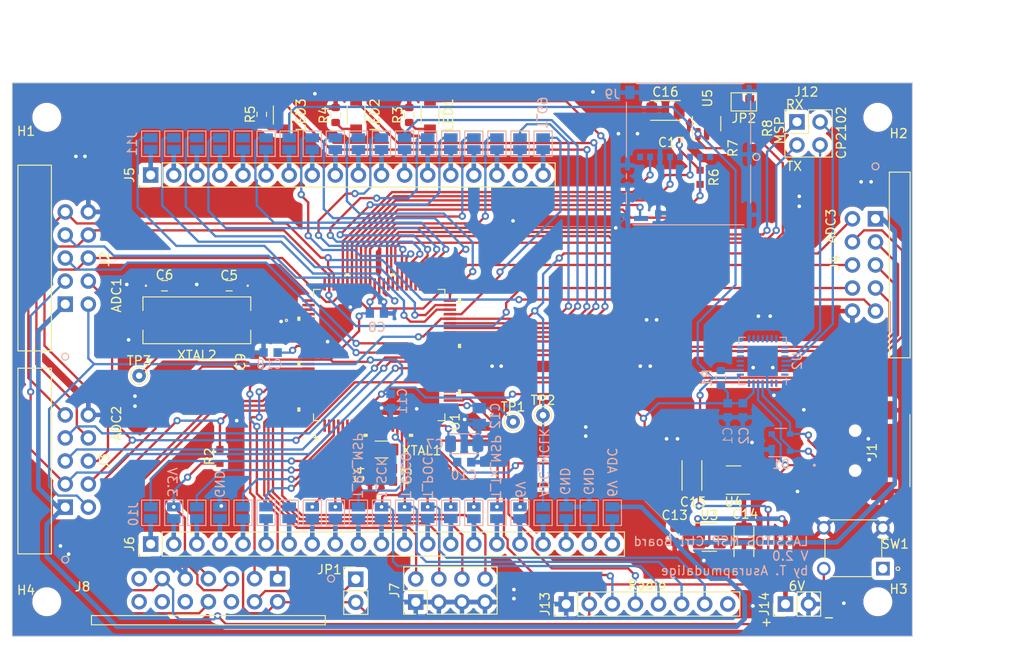
<source format=kicad_pcb>
(kicad_pcb (version 20221018) (generator pcbnew)
  (title_block (title "Lassitos MSP Ctrl Board V 2.0") (date "2024-03-01") (rev "1.0") (company "University of Alaska Fairbanks") (comment 1 "by Thimira Asurapmudalige") (comment 2 "LASSITOS MSP CTRL Board"))
  (layers (0 "F.Cu" signal) (31 "B.Cu" signal) (34 "B.Paste" user) (35 "F.Paste" user) (36 "B.SilkS" user "B.Silkscreen") (37 "F.SilkS" user "F.Silkscreen") (38 "B.Mask" user) (39 "F.Mask" user) (44 "Edge.Cuts" user))
  (net 0 "")
  (net 1 "DVCC")
  (net 2 "DVSS")
  (net 3 "Net-(U1-XOUT)")
  (net 4 "Net-(U1-XIN)")
  (net 5 "Net-(U1-P7-2{slash}XT2IN)")
  (net 6 "Net-(U1-P7-3{slash}XT2OUT)")
  (net 7 "JTAG_RST{slash}NMI")
  (net 8 "Net-(U2-~{RST})")
  (net 9 "Net-(LED1-Pad1)")
  (net 10 "Net-(LED2-Pad1)")
  (net 11 "Net-(LED3-Pad1)")
  (net 12 "T_VUSB")
  (net 14 "T_V6.0")
  (net 16 "Net-(U2-D-)")
  (net 17 "Net-(U2-D+)")
  (net 39 "T_G9")
  (net 40 "T_IMX5_PPS")
  (net 41 "T_SCK")
  (net 42 "T_SDA")
  (net 43 "T_SCL")
  (net 44 "T_Tx_RTK")
  (net 45 "Net-(U1-VCORE)")
  (net 47 "T_EN_AMP")
  (net 48 "T_MUTE_AMP")
  (net 49 "T_EN")
  (net 50 "ADC_MCLK")
  (net 51 "ADC1_CS")
  (net 52 "ADC2_CS")
  (net 53 "ADC3_CS")
  (net 54 "ADC1_DRDY")
  (net 55 "ADC2_DRDY")
  (net 56 "ADC3_DRDY")
  (net 57 "ADC_RST")
  (net 58 "ADC_SCLK")
  (net 59 "ADC_SIMO")
  (net 60 "ADC_SOMI")
  (net 61 "ADC_START")
  (net 62 "SD_DET")
  (net 63 "MSP_UART_TX")
  (net 64 "MSP_UART_RX")
  (net 65 "SD_SCLK")
  (net 66 "SD_SIMO")
  (net 67 "SD_SOMI")
  (net 68 "SD_CS")
  (net 76 "Net-(U1-VBAK)")
  (net 78 "JTAG_TEST")
  (net 79 "JTAG_TDO")
  (net 80 "JTAG_TDI")
  (net 81 "JTAG_TMS")
  (net 82 "JTAG_TCK")
  (net 83 "P6.0{slash}A0")
  (net 84 "P6.1{slash}A1")
  (net 85 "P6.2{slash}A2")
  (net 86 "P6.3{slash}A3")
  (net 87 "T_VBattLevel")
  (net 88 "T_VBAT_3.7V")
  (net 89 "JTAG_SENSE")
  (net 97 "Net-(J10-Pin_2)")
  (net 98 "Net-(J10-Pin_4)")
  (net 99 "Net-(J10-Pin_6)")
  (net 100 "Net-(J10-Pin_8)")
  (net 101 "Net-(J10-Pin_10)")
  (net 102 "Net-(J10-Pin_12)")
  (net 103 "Net-(J10-Pin_14)")
  (net 104 "Net-(J10-Pin_16)")
  (net 105 "Net-(J10-Pin_18)")
  (net 106 "Net-(J10-Pin_20)")
  (net 107 "Net-(J10-Pin_22)")
  (net 108 "Net-(J10-Pin_24)")
  (net 109 "Net-(J10-Pin_26)")
  (net 110 "Net-(J10-Pin_28)")
  (net 111 "Net-(J10-Pin_30)")
  (net 112 "Net-(J10-Pin_32)")
  (net 113 "Net-(J10-Pin_34)")
  (net 114 "Net-(J10-Pin_36)")
  (net 115 "Net-(J10-Pin_38)")
  (net 116 "Net-(J10-Pin_40)")
  (net 117 "Net-(J10-Pin_42)")
  (net 120 "LED1")
  (net 121 "LED2")
  (net 122 "LED3")
  (net 126 "Net-(J9-VDD)")
  (net 127 "SD_POWER")
  (net 129 "Net-(J11-Pin_2)")
  (net 130 "Net-(J11-Pin_4)")
  (net 131 "Net-(J11-Pin_6)")
  (net 132 "Net-(J11-Pin_8)")
  (net 133 "Net-(J11-Pin_10)")
  (net 134 "Net-(J11-Pin_12)")
  (net 135 "Net-(J11-Pin_14)")
  (net 136 "Net-(J11-Pin_16)")
  (net 137 "Net-(J11-Pin_18)")
  (net 138 "Net-(J11-Pin_20)")
  (net 139 "Net-(J11-Pin_22)")
  (net 140 "Net-(J11-Pin_24)")
  (net 141 "Net-(J11-Pin_26)")
  (net 142 "Net-(J11-Pin_28)")
  (net 143 "Net-(J11-Pin_30)")
  (net 144 "Net-(J11-Pin_32)")
  (net 145 "Net-(J11-Pin_34)")
  (net 146 "Net-(J11-Pin_36)")
  (net 148 "Net-(J12-Pin_4)")
  (net 149 "Net-(J12-Pin_2)")
  (net 152 "Net-(JP2-B)")
  (net 153 "Net-(JP2-A)")
  (net 157 "T_V6.0_ADC")
  (net 158 "T_Tx_Radio2")
  (net 159 "T_Rx_Radio2")
  (net 160 "T_RTS_Radio2")
  (net 161 "T_Rx_MSP430")
  (net 162 "T_PICO")
  (net 163 "T_POCI")
  (net 164 "T_CS2")
  (net 165 "T_CS_SPI_UART")
  (net 166 "T_Tx_MSP430")
  (net 167 "T_CTS_Radio2")
  (net 168 "T_IMX_P12")
  (net 169 "T_IMX_P11")
  (net 170 "T_G2 strobe")
  (net 171 "T_IMX5_Rx")
  (net 172 "T_IMX5_Tx")
  (net 173 "T_DAC_trigger")
  (net 174 "T_TX1")
  (net 175 "T_RX1")
  (net 176 "T_NC1")
  (net 177 "T_NC2")
  (net 179 "MSP_P2.4")
  (net 180 "MSP_P5.2")
  (footprint "XTAL _7.3728MHz:HCM497372800ABJT" (layer "F.Cu") (at 130.81 98.552 180)
    (fp_text reference "XTAL2")
    (fp_text value "HCM497372800ABJT" hide)
  )
  (footprint "MSP430F6459:MSP430F6459TPZR" (layer "F.Cu") (at 150.876 102.377999 90)
    (fp_text reference "U1")
    (fp_text value "MSP430F6459TPZR" hide)
  )
  (footprint "Cap_18pF_0603:CGA3E2C0G1H180J080AA" (layer "F.Cu") (at 127.254 94.742)
    (fp_text reference "C6")
    (fp_text value "18p" hide)
  )
  (footprint "Cap_10uF_elec:RESC3216X125N" (layer "F.Cu") (at 182.372 75.438 180)
    (fp_text reference "C16")
    (fp_text value "10uF")
  )
  (footprint "MountingHole:MountingHole_2.7mm" (layer "F.Cu") (at 205.74 129.54)
    (fp_text reference "H3")
    (fp_text value "MountingHole")
  )
  (footprint "Res_47k_0603:CRCW060347K0JNEA" (layer "F.Cu") (at 189.484 77.47 90)
    (fp_text reference "R7")
    (fp_text value "47k" hide)
  )
  (footprint "Cap_18pF_0603:CGA3E2C0G1H180J080AA" (layer "F.Cu") (at 134.366 94.742 180)
    (fp_text reference "C5")
    (fp_text value "18p" hide)
  )
  (footprint "Con10A_RightAngle:SBH11-PBPC-D05-RA-BK" (layer "F.Cu") (at 205.486 87.376 -90)
    (fp_text reference "J4")
    (fp_text value "SBH11-PBPC-D05-RA-BK" hide)
  )
  (footprint "Resistor_SMD:R_0603_1608Metric" (layer "F.Cu") (at 154.178 75.946 -90)
    (fp_text reference "R3")
    (fp_text value "1k")
  )
  (footprint "XTAL_32KHz:ECS-.327-12.5-34B-TR" (layer "F.Cu") (at 151.13 112.776 180)
    (fp_text reference "XTAL1")
    (fp_text value "32KHz" hide)
  )
  (footprint "Cap_10uF_elec:RESC3216X125N" (layer "F.Cu") (at 191.008 122.936 -90)
    (fp_text reference "C14")
    (fp_text value "10uF")
  )
  (footprint "TestPoint:TestPoint_THTPad_D1.5mm_Drill0.7mm" (layer "F.Cu") (at 124.46 104.648)
    (fp_text reference "TP3")
    (fp_text value "TestPoint")
  )
  (footprint "Connector_PinHeader_2.54mm:PinHeader_1x21_P2.54mm_Vertical" (layer "F.Cu") (at 125.73 123.19 90)
    (fp_text reference "J6")
    (fp_text value "Conn_01x21")
  )
  (footprint "Con10A_RightAngle:SBH11-PBPC-D05-RA-BK" (layer "F.Cu") (at 116.332 96.774 90)
    (fp_text reference "J2")
    (fp_text value "SBH11-PBPC-D05-RA-BK" hide)
  )
  (footprint "Res_47k_0603:CRCW060347K0JNEA" (layer "F.Cu") (at 192.278 77.47 90)
    (fp_text reference "R8")
    (fp_text value "100" hide)
  )
  (footprint "cap_0.1uF_0603:CAPC1608X90N" (layer "F.Cu") (at 183.007 77.724 180)
    (fp_text reference "C17")
    (fp_text value "0.1uF" hide)
  )
  (footprint "cap_0.1uF_0603:CAPC1608X90N" (layer "F.Cu") (at 137.16 103.124 -90)
    (fp_text reference "C9")
    (fp_text value "0.1uF" hide)
  )
  (footprint "TestPoint:TestPoint_THTPad_D1.5mm_Drill0.7mm" (layer "F.Cu") (at 165.608 109.728)
    (fp_text reference "TP1")
    (fp_text value "TestPoint")
  )
  (footprint "Resistor_SMD:R_0603_1608Metric" (layer "F.Cu") (at 137.954 75.8735 -90)
    (fp_text reference "R5")
    (fp_text value "1k")
  )
  (footprint "SW_SPST_TAC:PTS645SL50-2 LFS" (layer "F.Cu") (at 206.3 125.9 180)
    (fp_text reference "SW1")
    (fp_text value "PTS645SL50-2_LFS" hide)
  )
  (footprint "Cap_10uF_elec:RESC3216X125N" (layer "F.Cu") (at 185.2875 115.636 90)
    (fp_text reference "C15")
    (fp_text value "10uF")
  )
  (footprint "LED_SMD:LTST-C150GKT" (layer "F.Cu") (at 156.464 75.946 90)
    (fp_text reference "LED1")
    (fp_text value "LTST-C150GKT" hide)
  )
  (footprint "LED_SMD:LTST-C150GKT" (layer "F.Cu") (at 148.336 75.946 90)
    (fp_text reference "LED2")
    (fp_text value "LTST-C150GKT" hide)
  )
  (footprint "Res_47k_0603:CRCW060347K0JNEA" (layer "F.Cu") (at 186.182 82.804 90)
    (fp_text reference "R6")
    (fp_text value "47k" hide)
  )
  (footprint "Package_TO_SOT_SMD:SOT-23-5" (layer "F.Cu") (at 187.198 122.428)
    (fp_text reference "U3")
    (fp_text value "MIC5219-5.0YM5")
  )
  (footprint "Con14A_RightAngle:SBH11-PBPC-D07-RA-BK" (layer "F.Cu") (at 139.7 127)
    (fp_text reference "J8")
    (fp_text value "SBH11-PBPC-D07-RA-BK" hide)
  )
  (footprint "Capacitor_SMD:C_0603_1608Metric" (layer "F.Cu") (at 183.388 122.174 -90)
    (fp_text reference "C13")
    (fp_text value "1uF")
  )
  (footprint "Resistor_SMD:R_0603_1608Metric" (layer "F.Cu") (at 146.082 75.946 -90)
    (fp_text reference "R4")
    (fp_text value "1k")
  )
  (footprint "Connector_PinHeader_2.54mm:PinHeader_2x02_P2.54mm_Vertical" (layer "F.Cu") (at 196.845 76.703)
    (fp_text reference "J12")
    (fp_text value "Conn_02x02_Odd_Even")
  )
  (footprint "Connector_PinHeader_2.54mm:PinHeader_1x08_P2.54mm_Vertical" (layer "F.Cu") (at 171.45 129.794 90)
    (fp_text reference "J13")
    (fp_text value "Conn_01x08")
  )
  (footprint "Connector_PinHeader_2.54mm:PinHeader_1x18_P2.54mm_Vertical" (layer "F.Cu") (at 125.73 82.55 90)
    (fp_text reference "J5")
    (fp_text value "Conn_01x18")
  )
  (footprint "Connector_PinHeader_2.54mm:PinHeader_2x04_P2.54mm_Vertical" (layer "F.Cu") (at 154.9 129.575 90)
    (fp_text reference "J7")
    (fp_text value "Conn_02x04_Odd_Even")
  )
  (footprint "Package_TO_SOT_SMD:SOT-23-5" (layer "F.Cu") (at 186.9 76.9 90)
    (fp_text reference "U5")
    (fp_text value "MIC5219-3.3YM5")
  )
  (footprint "MiniUSB:1734035-2" (layer "F.Cu") (at 205.105 112.903 90)
    (fp_text reference "J1")
    (fp_text value "1734035-2" hide)
  )
  (footprint "Con10A_RightAngle:SBH11-PBPC-D05-RA-BK" (layer "F.Cu") (at 116.332 119.126 90)
    (fp_text reference "J3")
    (fp_text value "SBH11-PBPC-D05-RA-BK" hide)
  )
  (footprint "Connector_PinHeader_2.54mm:PinHeader_1x02_P2.54mm_Vertical" (layer "F.Cu") (at 195.58 129.794 90)
    (fp_text reference "J14")
    (fp_text value "Conn_01x02")
  )
  (footprint "Cap_24pF_0603:CBR06C240FAGAC" (layer "F.Cu") (at 149.86 115.57 90)
    (fp_text reference "C4")
    (fp_text value "24p" hide)
  )
  (footprint "Cap_24pF_0603:CBR06C240FAGAC" (layer "F.Cu") (at 152.4 115.57 90)
    (fp_text reference "C3")
    (fp_text value "24p" hide)
  )
  (footprint "Connector_PinHeader_2.54mm:PinHeader_1x02_P2.54mm_Vertical" (layer "F.Cu") (at 148.3 127.06)
    (fp_text reference "JP1")
    (fp_text value "Jumper_2_Bridged")
  )
  (footprint "MountingHole:MountingHole_2.7mm" (layer "F.Cu") (at 114.3 76.2)
    (fp_text reference "H1")
    (fp_text value "MountingHole")
  )
  (footprint "MountingHole:MountingHole_2.7mm" (layer "F.Cu") (at 205.74 76.2)
    (fp_text reference "H2")
    (fp_text value "MountingHole")
  )
  (footprint "MountingHole:MountingHole_2.7mm" (layer "F.Cu") (at 114.3 129.54)
    (fp_text reference "H4")
    (fp_text value "MountingHole")
  )
  (footprint "Res_47k_0603:CRCW060347K0JNEA" (layer "F.Cu") (at 133.35 113.538 90)
    (fp_text reference "R2")
    (fp_text value "47k" hide)
  )
  (footprint "Jumper:SolderJumper-2_P1.3mm_Open_Pad1.0x1.5mm" (layer "F.Cu") (at 191 74.5 180)
    (fp_text reference "JP2")
    (fp_text value "Jumper_2_Open")
  )
  (footprint "TestPoint:TestPoint_THTPad_D1.5mm_Drill0.7mm" (layer "F.Cu") (at 168.9 109)
    (fp_text reference "TP2")
    (fp_text value "TestPoint")
  )
  (footprint "LED_SMD:LTST-C150GKT" (layer "F.Cu") (at 140.208 75.946 90)
    (fp_text reference "LED3")
    (fp_text value "LTST-C150GKT" hide)
  )
  (footprint "Package_TO_SOT_SMD:SOT-23-5" (layer "F.Cu") (at 189.8595 116.144 180)
    (fp_text reference "U4")
    (fp_text value "MIC5219-3.3YM5")
  )
  (footprint "cap_0.1uF_0603:CAPC1608X90N" (layer "B.Cu") (at 189.23 108.458 -90)
    (fp_text reference "C1")
    (fp_text value "0.1uF" hide)
  )
  (footprint "cap_0.1uF_0603:CAPC1608X90N" (layer "B.Cu") (at 152.146 107.442 -90)
    (fp_text reference "C11")
    (fp_text value "0.1uF" hide)
  )
  (footprint "Jumpers:SolderJumper_18" (layer "B.Cu") (at 120.63 79.486 -90)
    (fp_text reference "J11")
    (fp_text value "Conn_02x18_Odd_Even")
  )
  (footprint "cap_0.1uF_0603:CAPC1608X90N" (layer "B.Cu") (at 160.22955 114.173)
    (fp_text reference "C10")
    (fp_text value "0.1uF" hide)
  )
  (footprint "cap_0.1uF_0603:CAPC1608X90N" (layer "B.Cu") (at 190.889 108.458 -90)
    (fp_text reference "C2")
    (fp_text value "4.7uF")
  )
  (footprint "Package_DFN_QFN:QFN-28-1EP_5x5mm_P0.5mm_EP3.35x3.35mm" (layer "B.Cu") (at 193.064 103.034 90)
    (fp_text reference "U2")
    (fp_text value "CP2102N-Axx-xQFN28")
  )
  (footprint "cap_0.1uF_0603:CAPC1608X90N" (layer "B.Cu") (at 138.925 102.108)
    (fp_text reference "C18")
    (fp_text value "4.7nF")
  )
  (footprint "Package_TO_SOT_SMD:SOT-143" (layer "B.Cu") (at 195.072 112.014)
    (fp_text reference "D1")
    (fp_text value "SP0503BAHTG")
  )
  (footprint "Con_SD_10pin:ST11S008V4HR2000" (layer "B.Cu") (at 184.912 80.264)
    (fp_text reference "J9")
    (fp_text value "Con_SD" hide)
  )
  (footprint "Jumpers:SolderJumper_21" (layer "B.Cu") (at 119.36 120.126 -90)
    (fp_text reference "J10")
    (fp_text value "Conn_02x21_Odd_Even")
  )
  (footprint "Cap_470nF_0805:CAPC2012X110N" (layer "B.Cu") (at 161.88055 109.093 90)
    (fp_text reference "C12")
    (fp_text value "470nF" hide)
  )
  (footprint "cap_0.1uF_0603:CAPC1608X90N" (layer "B.Cu") (at 150.622 97.79)
    (fp_text reference "C8")
    (fp_text value "0.1uF" hide)
  )
  (footprint "Cap_10uF_elec:RESC3216X125N" (layer "B.Cu") (at 160.22955 112.141)
    (fp_text reference "C7")
    (fp_text value "10uF")
  )
  (footprint "Resistor_SMD:R_0603_1608Metric" (layer "B.Cu") (at 188.468 104.902 90)
    (fp_text reference "R1")
    (fp_text value "4.7k")
  )
  (gr_line (start 110.49 133.35) (end 110.49 72.39) (stroke (width 0.1)) (layer "Edge.Cuts"))
  (gr_line (start 110.49 72.39) (end 209.55 72.39) (stroke (width 0.1)) (layer "Edge.Cuts"))
  (gr_line (start 209.55 133.35) (end 110.49 133.35) (stroke (width 0.1)) (layer "Edge.Cuts"))
  (gr_line locked (start 209.55 72.39) (end 209.55 133.35) (stroke (width 0.1)) (layer "Edge.Cuts"))
  (gr_text "GND" (at 170.7 117.9 -90) (layer "B.SilkS") (effects (font (size 1 1)) (justify left bottom mirror)))
  (gr_text "T_POCI" (at 155.6 118.2 -90) (layer "B.SilkS") (effects (font (size 1 1)) (justify left bottom mirror)))
  (gr_text "6V ADC" (at 175.9 118.1 -90) (layer "B.SilkS") (effects (font (size 1 1)) (justify left bottom mirror)))
  (gr_text "T_Tx_MSP" (at 163.1 118.2 270) (layer "B.SilkS") (effects (font (size 1 1)) (justify left bottom mirror)))
  (gr_text "T_G9" (at 168.2 77.5 -90) (layer "B.SilkS") (effects (font (size 1 1)) (justify left bottom mirror)))
  (gr_text "LASSITOS MSP Ctrl Board\nV 2.0\nby T. Asurapmudalige" (at 198.2 126.7) (layer "B.SilkS") (effects (font (size 1 1)) (justify left bottom mirror)))
  (gr_text "T_Rx_MSP" (at 147.9 118.2 -90) (layer "B.SilkS") (effects (font (size 1 1)) (justify left bottom mirror)))
  (gr_text "T_SCK" (at 150.5 118.2 -90) (layer "B.SilkS") (effects (font (size 1 1)) (justify left bottom mirror)))
  (gr_text "T_PICO" (at 153.2 118.2 -90) (layer "B.SilkS") (effects (font (size 1 1)) (justify left bottom mirror)))
  (gr_text "GND" (at 173.3 117.9 -90) (layer "B.SilkS") (effects (font (size 1 1)) (justify left bottom mirror)))
  (gr_text "ADC_MCLK" (at 168.4 118.1 270) (layer "B.SilkS") (effects (font (size 1 1)) (justify left bottom mirror)))
  (gr_text "3.3V" (at 127.5 118.1 -90) (layer "B.SilkS") (effects (font (size 1 1)) (justify left bottom mirror)))
  (gr_text "6V" (at 165.8 118.2 -90) (layer "B.SilkS") (effects (font (size 1 1)) (justify left bottom mirror)))
  (gr_text "GND" (at 132.7 118.2 -90) (layer "B.SilkS") (effects (font (size 1 1)) (justify left bottom mirror)))
  (gr_text "CP2102" (at 202.311 80.899 90) (layer "F.SilkS") (effects (font (size 1 1)) (justify left bottom)))
  (gr_text "TX" (at 195.58 82.169) (layer "F.SilkS") (effects (font (size 1 1)) (justify left bottom)))
  (gr_text "ADC2" (at 122.555 111.887 90) (layer "F.SilkS") (effects (font (size 1 1)) (justify left bottom)))
  (gr_text "-" (at 199.644 131.826) (layer "F.SilkS") (effects (font (size 1 1)) (justify left bottom)))
  (gr_text "Radio" (at 178.181 128.27) (layer "F.SilkS") (effects (font (size 1 1)) (justify left bottom)))
  (gr_text "6V" (at 195.834 128.397) (layer "F.SilkS") (effects (font (size 1 1)) (justify left bottom)))
  (gr_text "ADC1" (at 122.555 97.79 90) (layer "F.SilkS") (effects (font (size 1 1)) (justify left bottom)))
  (gr_text "+" (at 192.786 132.334) (layer "F.SilkS") (effects (font (size 1 1)) (justify left bottom)))
  (gr_text "ADC3" (at 201.168 90.17 90) (layer "F.SilkS") (effects (font (size 1 1)) (justify left bottom)))
  (gr_text "RX" (at 195.515 75.373) (layer "F.SilkS") (effects (font (size 1 1)) (justify left bottom)))
  (gr_text "MSP" (at 195.515 79.273 90) (layer "F.SilkS") (effects (font (size 1 1)) (justify left bottom)))
  (segment (start 135.9 130.2) (end 135.9 125.5) (width 0.254) (layer "F.Cu") (net 1))
  (segment (start 149.875999 110.156749) (end 149.875999 107.934001) (width 0.254) (layer "F.Cu") (net 1))
  (segment (start 186.055 117.9085) (end 185.2875 117.141) (width 0.254) (layer "F.Cu") (net 1))
  (segment (start 173.99 128.397) (end 174.752 127.635) (width 0.254) (layer "F.Cu") (net 1))
  (segment (start 145.76787 103.124) (end 145.521868 102.877998) (width 0.254) (layer "F.Cu") (net 1))
  (segment (start 156.876001 110.156749) (end 158.162749 110.156749) (width 0.254) (layer "F.Cu") (net 1))
  (segment (start 129.5 120.326) (end 128.27 119.096) (width 0.254) (layer "F.Cu") (net 1))
  (segment (start 185.2405 117.094) (end 185.2875 117.141) (width 0.254) (layer "F.Cu") (net 1))
  (segment (start 131.302201 114.315799) (end 133.35 114.315799) (width 0.254) (layer "F.Cu") (net 1))
  (segment (start 144.526 102.877998) (end 145.521868 102.877998) (width 0.254) (layer "F.Cu") (net 1))
  (segment (start 166.116 114.3) (end 180.086 114.3) (width 0.254) (layer "F.Cu") (net 1))
  (segment (start 148.664927 99.734939) (end 145.521868 102.877998) (width 0.254) (layer "F.Cu") (net 1))
  (segment (start 144.526 102.333599) (end 144.070401 101.878) (width 0.254) (layer "F.Cu") (net 1))
  (segment (start 148.3 129.6) (end 150.1 131.4) (width 0.254) (layer "F.Cu") (net 1))
  (segment (start 137.16 102.349) (end 126.759 102.349) (width 0.254) (layer "F.Cu") (net 1))
  (segment (start 130.268 124.768) (end 129.5 124) (width 0.254) (layer "F.Cu") (net 1))
  (segment (start 144.526 102.877998) (end 144.526 102.333599) (width 0.254) (layer "F.Cu") (net 1))
  (segment (start 148.664927 98.096073) (end 148.664927 99.734939) (width 0.254) (layer "F.Cu") (net 1))
  (segment (start 173.6 131.4) (end 173.99 131.01) (width 0.254) (layer "F.Cu") (net 1))
  (segment (start 126.759 102.349) (end 124.46 104.648) (width 0.254) (layer "F.Cu") (net 1))
  (segment (start 149.875999 107.934001) (end 151.13 106.68) (width 0.254) (layer "F.Cu") (net 1))
  (segment (start 150.376001 96.003999) (end 150.376001 94.599249) (width 0.254) (layer "F.Cu") (net 1))
  (segment (start 191.516 127.635) (end 193.675 125.476) (width 0.254) (layer "F.Cu") (net 1))
  (segment (start 188.722 117.094) (end 185.3345 117.094) (width 0.508) (layer "F.Cu") (net 1))
  (segment (start 173.99 131.01) (end 173.99 129.794) (width 0.254) (layer "F.Cu") (net 1))
  (segment (start 158.162749 110.156749) (end 158.496 110.49) (width 0.254) (layer "F.Cu") (net 1))
  (segment (start 182.753 116.967) (end 182.88 117.094) (width 0.254) (layer "F.Cu") (net 1))
  (segment (start 139.76 129.6) (end 139.7 129.54) (width 0.254) (layer "F.Cu") (net 1))
  (segment (start 165.548502 106.68) (end 177.292 106.68) (width 0.254) (layer "F.Cu") (net 1))
  (segment (start 180.086 109.474) (end 180.086 114.3) (width 0.254) (layer "F.Cu") (net 1))
  (segment (start 174.752 127.635) (end 191.516 127.635) (width 0.254) (layer "F.Cu") (net 1))
  (segment (start 186.055 118.999) (end 186.055 117.9085) (width 0.254) (layer "F.Cu") (net 1))
  (segment (start 185.3345 117.094) (end 185.2875 117.141) (width 0.508) (layer "F.Cu") (net 1))
  (segment (start 179.959 109.347) (end 180.086 109.474) (width 0.254) (layer "F.Cu") (net 1))
  (segment (start 177.292 106.68) (end 179.959 109.347) (width 0.254) (layer "F.Cu") (net 1))
  (segment (start 173.99 129.794) (end 173.99 128.397) (width 0.254) (layer "F.Cu") (net 1))
  (segment (start 138.437998 102.877998) (end 137.909 102.349) (width 0.254) (layer "F.Cu") (net 1))
  (segment (start 143.09725 102.877998) (end 138.437998 102.877998) (width 0.254) (layer "F.Cu") (net 1))
  (segment (start 137.909 102.349) (end 137.16 102.349) (width 0.254) (layer "F.Cu") (net 1))
  (segment (start 149.86 96.52) (end 150.376001 96.003999) (width 0.254) (layer "F.Cu") (net 1))
  (segment (start 144.070401 101.878) (end 143.09725 101.878) (width 0.254) (layer "F.Cu") (net 1))
  (segment (start 136.5 130.8) (end 135.9 130.2) (width 0.254) (layer "F.Cu") (net 1))
  (segment (start 149.697426 103.124) (end 145.76787 103.124) (width 0.254) (layer "F.Cu") (net 1))
  (segment (start 129.5 124) (end 129.5 120.326) (width 0.254) (layer "F.Cu") (net 1))
  (segment (start 149.905713 102.915713) (end 149.697426 103.124) (width 0.254) (layer "F.Cu") (net 1))
  (segment (start 135.9 125.5) (end 135.168 124.768) (width 0.254) (layer "F.Cu") (net 1))
  (segment (start 135.168 124.768) (end 130.268 124.768) (width 0.254) (layer "F.Cu") (net 1))
  (segment (start 148.3 129.6) (end 139.76 129.6) (width 0.254) (layer "F.Cu") (net 1))
  (segment (start 138.44 130.8) (end 136.5 130.8) (width 0.254) (layer "F.Cu") (net 1))
  (segment (start 150.1 131.4) (end 173.6 131.4) (width 0.254) (layer "F.Cu") (net 1))
  (segment (start 129.794 115.824) (end 131.302201 114.315799) (width 0.254) (layer "F.Cu") (net 1))
  (segment (start 180.086 114.3) (end 182.753 116.967) (width 0.254) (layer "F.Cu") (net 1))
  (segment (start 143.09725 102.877998) (end 144.526 102.877998) (width 0.254) (layer "F.Cu") (net 1))
  (segment (start 139.7 129.54) (end 138.44 130.8) (width 0.254) (layer "F.Cu") (net 1))
  (segment (start 165.862 114.554) (end 166.116 114.3) (width 0.254) (layer "F.Cu") (net 1))
  (segment (start 182.88 117.094) (end 185.2405 117.094) (width 0.254) (layer "F.Cu") (net 1))
  (segment (start 193.675 125.476) (end 193.675 119.38) (width 0.254) (layer "F.Cu") (net 1))
  (via (at 129.794 115.824) (size 0.8) (drill 0.4) (layers "F.Cu" "B.Cu") (net 1))
  (via (at 151.13 106.68) (size 0.8) (drill 0.4) (layers "F.Cu" "B.Cu") (net 1))
  (via (at 149.86 96.52) (size 0.8) (drill 0.4) (layers "F.Cu" "B.Cu") (net 1))
  (via (at 158.496 110.49) (size 0.8) (drill 0.4) (layers "F.Cu" "B.Cu") (net 1))
  (via (at 165.862 114.554) (size 0.8) (drill 0.4) (layers "F.Cu" "B.Cu") (net 1))
  (via (at 186.055 118.999) (size 0.8) (drill 0.4) (layers "F.Cu" "B.Cu") (net 1))
  (via (at 149.905713 102.915713) (size 0.8) (drill 0.4) (layers "F.Cu" "B.Cu") (net 1))
  (via (at 128.27 119.096) (size 0.8) (drill 0.4) (layers "F.Cu" "B.Cu") (net 1))
  (via (at 193.675 119.38) (size 0.8) (drill 0.4) (layers "F.Cu" "B.Cu") (net 1))
  (via (at 179.959 109.347) (size 0.8) (drill 0.4) (layers "F.Cu" "B.Cu") (net 1))
  (via (at 165.548502 106.68) (size 0.8) (drill 0.4) (layers "F.Cu" "B.Cu") (net 1))
  (via (at 148.664927 98.096073) (size 0.8) (drill 0.4) (layers "F.Cu" "B.Cu") (net 1))
  (segment (start 181.623 107.683) (end 179.959 109.347) (width 0.254) (layer "B.Cu") (net 1))
  (segment (start 190.889 107.683) (end 189.23 107.683) (width 0.254) (layer "B.Cu") (net 1))
  (segment (start 189.23 107.683) (end 181.623 107.683) (width 0.254) (layer "B.Cu") (net 1))
  (segment (start 151.854465 105.955535) (end 151.13 106.68) (width 0.254) (layer "B.Cu") (net 1))
  (segment (start 158.496 110.49) (end 158.496 111.91245) (width 0.254) (layer "B.Cu") (net 1))
  (segment (start 155.426962 106.526962) (end 154.855535 105.955535) (width 0.254) (layer "B.Cu") (net 1))
  (segment (start 193.675 119.38) (end 193.294 118.999) (width 0.254) (layer "B.Cu") (net 1))
  (segment (start 151.13 106.68) (end 152.133 106.68) (width 0.254) (layer "B.Cu") (net 1))
  (segment (start 152.768347 102.915713) (end 149.905713 102.915713) (width 0.254) (layer "B.Cu") (net 1))
  (segment (start 165.862 114.554) (end 165.1 115.316) (width 0.254) (layer "B.Cu") (net 1))
  (segment (start 154.855535 105.955535) (end 151.854465 105.955535) (width 0.254) (layer "B.Cu") (net 1))
  (segment (start 128.27 117.348) (end 129.794 115.824) (width 0.254) (layer "B.Cu") (net 1))
  (segment (start 165.1 115.316) (end 160.54855 115.316) (width 0.254) (layer "B.Cu") (net 1))
  (segment (start 165.548502 106.68) (end 165.167502 107.061) (width 0.254) (layer "B.Cu") (net 1))
  (segment (start 158.72455 113.443) (end 159.45455 114.173) (width 0.254) (layer "B.Cu") (net 1))
  (segment (start 155.956 107.061) (end 155.426962 106.531962) (width 0.254) (layer "B.Cu") (net 1))
  (segment (start 189.23 107.683) (end 189.23 106.489) (width 0.254) (layer "B.Cu") (net 1))
  (segment (start 193.294 118.999) (end 186.055 118.999) (width 0.254) (layer "B.Cu") (net 1))
  (segment (start 160.54855 115.316) (end 159.45455 114.222) (width 0.254) (layer "B.Cu") (net 1))
  (segment (start 149.847 97.79) (end 149.847 96.533) (width 0.254) (layer "B.Cu") (net 1))
  (segment (start 159.45455 114.222) (end 159.45455 114.173) (width 0.254) (layer "B.Cu") (net 1))
  (segment (start 149.847 96.533) (end 149.86 96.52) (width 0.254) (layer "B.Cu") (net 1))
  (segment (start 192.064 106.508) (end 190.889 107.683) (width 0.254) (layer "B.Cu") (net 1))
  (segment (start 158.72455 112.141) (end 158.72455 113.443) (width 0.254) (layer "B.Cu") (net 1))
  (segment (start 192.064 105.484) (end 192.064 106.508) (width 0.254) (layer "B.Cu") (net 1))
  (segment (start 148.664927 98.096073) (end 148.971 97.79) (width 0.254) (layer "B.Cu") (net 1))
  (segment (start 189.23 106.489) (end 188.468 105.727) (width 0.254) (layer "B.Cu") (net 1))
  (segment (start 158.496 111.91245) (end 158.72455 112.141) (width 0.254) (layer "B.Cu") (net 1))
  (segment (start 153.381 104.429) (end 153.381 103.528366) (width 0.254) (layer "B.Cu") (net 1))
  (segment (start 151.13 106.68) (end 153.381 104.429) (width 0.254) (layer "B.Cu") (net 1))
  (segment (start 152.133 106.68) (end 152.146 106.667) (width 0.254) (layer "B.Cu") (net 1))
  (segment (start 155.426962 106.531962) (end 155.426962 106.526962) (width 0.254) (layer "B.Cu") (net 1))
  (segment (start 128.27 119.096) (end 128.27 117.348) (width 0.254) (layer "B.Cu") (net 1))
  (segment (start 148.971 97.79) (end 149.847 97.79) (width 0.254) (layer "B.Cu") (net 1))
  (segment (start 153.381 103.528366) (end 152.768347 102.915713) (width 0.254) (layer "B.Cu") (net 1))
  (segment (start 165.167502 107.061) (end 155.956 107.061) (width 0.254) (layer "B.Cu") (net 1))
  (segment (start 141.279999 99.877999) (end 140.081 98.679) (width 0.254) (layer "F.Cu") (net 2))
  (segment (start 150.375998 111.1299) (end 149.872898 111.633) (width 0.254) (layer "F.Cu") (net 2))
  (segment (start 150.375998 110.156749) (end 150.375998 111.1299) (width 0.254) (layer "F.Cu") (net 2))
  (segment (start 149.872898 111.633) (end 149.225 111.633) (width 0.254) (layer "F.Cu") (net 2))
  (segment (start 150.375998 110.156749) (end 150.375998 108.958002) (width 0.254) (layer "F.Cu") (net 2))
  (segment (start 143.09725 99.877999) (end 141.279999 99.877999) (width 0.254) (layer "F.Cu") (net 2))
  (segment (start 148.336 112.522) (end 148.336 115.316) (width 0.254) (layer "F.Cu") (net 2))
  (segment (start 150.876 96.012) (end 150.876 94.599249) (width 0.254) (layer "F.Cu") (net 2))
  (segment (start 137.909 103.899) (end 137.16 103.899) (width 0.254) (layer "F.Cu") (net 2))
  (segment (start 150.368 108.950004) (end 150.368 108.458) (width 0.254) (layer "F.Cu") (net 2))
  (segment (start 150.622 108.204) (end 151.13 108.204) (width 0.254) (layer "F.Cu") (net 2))
  (segment (start 143.09725 103.378) (end 138.43 103.378) (width 0.254) (layer "F.Cu") (net 2))
  (segment (start 138.43 103.378) (end 137.909 103.899) (width 0.254) (layer "F.Cu") (net 2))
  (segment (start 158.65475 108.378) (end 159.178 108.378) (width 0.254) (layer "F.Cu") (net 2))
  (segment (start 149.292799 116.272799) (end 149.86 116.272799) (width 0.254) (layer "F.Cu") (net 2))
  (segment (start 149.225 111.633) (end 148.336 112.522) (width 0.254) (layer "F.Cu") (net 2))
  (segment (start 150.368 108.458) (end 150.622 108.204) (width 0.254) (layer "F.Cu") (net 2))
  (segment (start 159.178 108.378) (end 160.274 109.474) (width 0.254) (layer "F.Cu") (net 2))
  (segment (start 135.2 116.2) (end 135.2 109.6) (width 0.508) (layer "F.Cu") (net 2))
  (segment (start 151.876001 108.950001) (end 151.13 108.204) (width 0.254) (layer "F.Cu") (net 2))
  (segment (start 150.375998 108.958002) (end 150.368 108.950004) (width 0.254) (layer "F.Cu") (net 2))
  (segment (start 150.876 94.599249) (end 150.876 90.346364) (width 0.254) (layer "F.Cu") (net 2))
  (segment (start 133.5 119) (end 133.5 117.9) (width 0.508) (layer "F.Cu") (net 2))
  (segment (start 148.336 115.316) (end 149.292799 116.272799) (width 0.254) (layer "F.Cu") (net 2))
  (segment (start 150.876 90.346364) (end 152.848864 88.3735) (width 0.254) (layer "F.Cu") (net 2))
  (segment (start 127.3556 104.719999) (end 128.8859 103.189699) (width 0.254) (layer "F.Cu") (net 2))
  (segment (start 152.848864 88.3735) (end 176.911 88.3735) (width 0.254) (layer "F.Cu") (net 2))
  (segment (start 151.876001 110.156749) (end 151.876001 108.950001) (width 0.254) (layer "F.Cu") (net 2))
  (segment (start 143.09725 99.877999) (end 144.343001 99.877999) (width 0.254) (layer "F.Cu") (net 2))
  (segment (start 128.8859 103.189699) (end 136.450699 103.189699) (width 0.254) (layer "F.Cu") (net 2))
  (segment (start 133.5 117.9) (end 135.2 116.2) (width 0.508) (layer "F.Cu") (net 2))
  (segment (start 151.384 96.52) (end 150.876 96.012) (width 0.254) (layer "F.Cu") (net 2))
  (segment (start 136.450699 103.189699) (end 137.16 103.899) (width 0.254) (layer "F.Cu") (net 2))
  (via (at 116.7 124.3) (size 0.8) (drill 0.4) (layers "F.Cu" "B.Cu") (net 2))
  (via (at 151.13 108.204) (size 0.8) (drill 0.4) (layers "F.Cu" "B.Cu") (net 2))
  (via (at 165.6 87.6) (size 0.8) (drill 0.4) (layers "F.Cu" "B.Cu") (net 2))
  (via (at 204.7 111.6) (size 0.8) (drill 0.4) (layers "F.Cu" "B.Cu") (net 2))
  (via (at 193.9 98.1) (size 0.8) (drill 0.4) (layers "F.Cu" "B.Cu") (net 2))
  (via (at 143.8 73.6) (size 0.8) (drill 0.4) (layers "F.Cu" "B.Cu") (net 2))
  (via (at 205 83.3) (size 0.8) (drill 0.4) (layers "F.Cu" "B.Cu") (net 2))
  (via (at 192.024 103.759) (size 0.8) (drill 0.4) (layers "F.Cu" "B.Cu") (net 2))
  (via (at 133.5 119) (size 0.8) (drill 0.4) (layers "F.Cu" "B.Cu") (net 2))
  (via (at 179.6 103.6) (size 0.8) (drill 0.4) (layers "F.Cu" "B.Cu") (net 2))
  (via (at 155 108.3) (size 0.8) (drill 0.4) (layers "F.Cu" "B.Cu") (net 2))
  (via (at 194.183 103.759) (size 0.8) (drill 0.4) (layers "F.Cu" "B.Cu") (net 2))
  (via (at 117.5 80.5) (size 0.8) (drill 0.4) (layers "F.Cu" "B.Cu") (net 2))
  (via (at 197.1 86) (size 0.8) (drill 0.4) (layers "F.Cu" "B.Cu") (net 2))
  (via (at 191.9 112) (size 0.8) (drill 0.4) (layers "F.Cu" "B.Cu") (net 2))
  (via (at 124 108) (size 0.8) (drill 0.4) (layers "F.Cu" "B.Cu") (net 2))
  (via (at 135.2 109.6) (size 0.8) (drill 0.4) (layers "F.Cu" "B.Cu") (net 2))
  (via (at 196.9 117.4) (size 0.8) (drill 0.4) (layers "F.Cu" "B.Cu") (net 2))
  (via (at 130.8 94.6) (size 0.8) (drill 0.4) (layers "F.Cu" "B.Cu") (net 2))
  (via (at 145.2 100.9) (size 0.8) (drill 0.4) (layers "F.Cu" "B.Cu") (net 2))
  (via (at 115.8 123.4) (size 0.8) (drill 0.4) (layers "F.Cu" "B.Cu") (net 2))
  (via (at 147.7 97.1) (size 0.8) (drill 0.4) (layers "F.Cu" "B.Cu") (net 2))
  (via (at 160.274 109.474) (size 0.8) (drill 0.4) (layers "F.Cu" "B.Cu") (net 2))
  (via (at 186.6 125) (size 0.8) (drill 0.4) (layers "F.Cu" "B.Cu") (net 2))
  (via (at 182.5 111.6) (size 0.8) (drill 0.4) (layers "F.Cu" "B.Cu") (net 2))
  (via (at 180.7 103.6) (size 0.8) (drill 0.4) (layers "F.Cu" "B.Cu") (net 2))
  (via (at 204.8 113.9) (size 0.8) (drill 0.4) (layers "F.Cu" "B.Cu") (net 2))
  (via (at 151.384 96.52) (size 0.8) (drill 0.4) (layers "F.Cu" "B.Cu") (net 2))
  (via (at 173.6 110.3) (size 0.8) (drill 0.4) (layers "F.Cu" "B.Cu") (net 2))
  (via (at 194.31 106.807) (size 0.8) (drill 0.4) (layers "F.Cu" "B.Cu") (net 2))
  (via (at 118.5 80.5) (size 0.8) (drill 0.4) (layers "F.Cu" "B.Cu") (net 2))
  (via (at 192 130) (size 0.8) (drill 0.4) (layers "F.Cu" "B.Cu") (net 2))
  (via (at 179.3 78) (size 0.8) (drill 0.4) (layers "F.Cu" "B.Cu") (net 2))
  (via (at 165.7 129.2) (size 0.8) (drill 0.4) (layers "F.Cu" "B.Cu") (net 2))
  (via (at 177.2 78) (size 0.8) (drill 0.4) (layers "F.Cu" "B.Cu") (net 2))
  (via (at 174.4 73.4) (size 0.8) (drill 0.4) (layers "F.Cu" "B.Cu") (net 2))
  (via (at 164.3 103.6) (size 0.8) (drill 0.4) (layers "F.Cu" "B.Cu") (net 2))
  (via (at 176.911 88.3735) (size 0.8) (drill 0.4) (layers "F.Cu" "B.Cu") (net 2))
  (via (at 173.6 111.3) (size 0.8) (drill 0.4) (layers "F.Cu" "B.Cu") (net 2))
  (via (at 180.3 98.5) (size 0.8) (drill 0.4) (layers "F.Cu" "B.Cu") (net 2))
  (via (at 203.9 83.3) (size 0.8) (drill 0.4) (layers "F.Cu" "B.Cu") (net 2))
  (via (at 197.1 84.9) (size 0.8) (drill 0.4) (layers "F.Cu" "B.Cu") (net 2))
  (via (at 197.6 108.4) (size 0.8) (drill 0.4) (layers "F.Cu" "B.Cu") (net 2))
  (via (at 181.4 98.5) (size 0.8) (drill 0.4) (layers "F.Cu" "B.Cu") (net 2))
  (via (at 165.7 128.2) (size 0.8) (drill 0.4) (layers "F.Cu" "B.Cu") (net 2))
  (via (at 123.3 100.7) (size 0.8) (drill 0.4) (layers "F.Cu" "B.Cu") (net 2))
  (via (at 140.081 98.679) (size 0.8) (drill 0.4) (layers "F.Cu" "B.Cu") (net 2))
  (via (at 192.6 98.1) (size 0.8) (drill 0.4) (layers "F.Cu" "B.Cu") (net 2))
  (via (at 183.7 111.6) (size 0.8) (drill 0.4) (layers "F.Cu" "B.Cu") (net 2))
  (via (at 123.1 94.6) (size 0.8) (drill 0.4) (layers "F.Cu" "B.Cu") (net 2))
  (via (at 202 129.7) (size 0.8) (drill 0.4) (layers "F.Cu" "B.Cu") (net 2))
  (via (at 124 106.9) (size 0.8) (drill 0.4) (layers "F.Cu" "B.Cu") (net 2))
  (via (at 163.3 103.6) (size 0.8) (drill 0.4) (layers "F.Cu" "B.Cu") (net 2))
  (segment (start 151.13 108.204) (end 152.133 108.204) (width 0.254) (layer "B.Cu") (net 2))
  (segment (start 151.397 96.533) (end 151.384 96.52) (width 0.254) (layer "B.Cu") (net 2))
  (segment (start 133.35 119.096) (end 133.404 119.096) (width 0.508) (layer "B.Cu") (net 2))
  (segment (start 129.54 127) (end 129.54 126.96) (width 0.508) (layer "B.Cu") (net 2))
  (segment (start 193.564 105.484) (end 193.564 103.534) (width 0.254) (layer "B.Cu") (net 2))
  (segment (start 193.564 105.484) (end 193.564 106.061) (width 0.254) (layer "B.Cu") (net 2))
  (segment (start 176.911 88.300398) (end 178.226999 86.984399) (width 0.254) (layer "B.Cu") (net 2))
  (segment (start 118 125.6) (end 116.7 124.3) (width 0.508) (layer "B.Cu") (net 2))
  (segment (start 116.7 124.3) (end 115.8 123.4) (width 0.508) (layer "B.Cu") (net 2))
  (segment (start 129.54 126.96) (end 129.7 126.8) (width 0.508) (layer "B.Cu") (net 2))
  (segment (start 161.88055 109.968) (end 161.88055 111.995) (width 0.254) (layer "B.Cu") (net 2))
  (segment (start 116.7 124.3) (end 116.7 124.3) (width 0.508) (layer "B.Cu") (net 2))
  (segment (start 176.911 88.3735) (end 176.911 88.300398) (width 0.254) (layer "B.Cu") (net 2))
  (segment (start 133.404 119.096) (end 133.5 119) (width 0.508) (layer "B.Cu") (net 2))
  (segment (start 129.7 126.8) (end 128.5 125.6) (width 0.508) (layer "B.Cu") (net 2))
  (segment (start 128.5 125.6) (end 118 125.6) (width 0.508) (layer "B.Cu") (net 2))
  (segment (start 161.38655 109.474) (end 161.88055 109.968) (width 0.254) (layer "B.Cu") (net 2))
  (segment (start 160.274 109.474) (end 161.38655 109.474) (width 0.254) (layer "B.Cu") (net 2))
  (segment (start 161.73455 113.443) (end 161.00455 114.173) (width 0.254) (layer "B.Cu") (net 2))
  (segment (start 151.397 97.79) (end 151.397 96.533) (width 0.254) (layer "B.Cu") (net 2))
  (segment (start 193.564 106.061) (end 194.31 106.807) (width 0.254) (layer "B.Cu") (net 2))
  (segment (start 161.88055 111.995) (end 161.73455 112.141) (width 0.254) (layer "B.Cu") (net 2))
  (segment (start 116.7 124.3) (end 116.7 124.3) (width 0.508) (layer "B.Cu") (net 2))
  (segment (start 193.564 103.534) (end 193.064 103.034) (width 0.254) (layer "B.Cu") (net 2))
  (segment (start 152.133 108.204) (end 152.146 108.217) (width 0.254) (layer "B.Cu") (net 2))
  (segment (start 161.73455 112.141) (end 161.73455 113.443) (width 0.254) (layer "B.Cu") (net 2))
  (segment (start 152.5016 112.776) (end 152.5016 114.765601) (width 0.254) (layer "F.Cu") (net 3))
  (segment (start 151.375999 110.156749) (end 151.375999 111.650399) (width 0.254) (layer "F.Cu") (net 3))
  (segment (start 152.5016 114.765601) (end 152.4 114.867201) (width 0.254) (layer "F.Cu") (net 3))
  (segment (start 151.375999 111.650399) (end 152.5016 112.776) (width 0.254) (layer "F.Cu") (net 3))
  (segment (start 150.876 110.156749) (end 150.876 111.6584) (width 0.254) (layer "F.Cu") (net 4))
  (segment (start 149.7584 112.776) (end 149.7584 114.765601) (width 0.254) (layer "F.Cu") (net 4))
  (segment (start 150.876 111.6584) (end 149.7584 112.776) (width 0.254) (layer "F.Cu") (net 4))
  (segment (start 149.7584 114.765601) (end 149.86 114.867201) (width 0.254) (layer "F.Cu") (net 4))
  (segment (start 135.2931 98.318899) (end 135.059999 98.552) (width 0.254) (layer "F.Cu") (net 5))
  (segment (start 136.885997 100.377998) (end 143.09725 100.377998) (width 0.254) (layer "F.Cu") (net 5))
  (segment (start 135.2931 94.742) (end 135.2931 98.318899) (width 0.254) (layer "F.Cu") (net 5))
  (segment (start 135.059999 98.552) (end 136.885997 100.377998) (width 0.254) (layer "F.Cu") (net 5))
  (segment (start 143.09725 100.877999) (end 128.886 100.877999) (width 0.254) (layer "F.Cu") (net 6))
  (segment (start 126.3269 98.318899) (end 126.560001 98.552) (width 0.254) (layer "F.Cu") (net 6))
  (segment (start 126.3269 94.742) (end 126.3269 98.318899) (width 0.254) (layer "F.Cu") (net 6))
  (segment (start 128.886 100.877999) (end 126.560001 98.552) (width 0.254) (layer "F.Cu") (net 6))
  (segment (start 134 132) (end 198.4 132) (width 0.254) (layer "F.Cu") (net 7))
  (segment (start 123.444 128.27) (end 125.984 128.27) (width 0.254) (layer "F.Cu") (net 7))
  (segment (start 128.637896 109.6) (end 121.158 117.079896) (width 0.254) (layer "F.Cu") (net 7))
  (segment (start 134.585 108.493) (end 133.858 109.22) (width 0.254) (layer "F.Cu") (net 7))
  (segment (start 140.390053 106.377999) (end 138.275052 108.493) (width 0.254) (layer "F.Cu") (net 7))
  (segment (start 133.35 112.760201) (end 133.35 109.728) (width 0.254) (layer "F.Cu") (net 7))
  (segment (start 198.4 132) (end 199.7976 130.6024) (width 0.254) (layer "F.Cu") (net 7))
  (segment (start 125.984 128.27) (end 127.254 127) (width 0.254) (layer "F.Cu") (net 7))
  (segment (start 138.275052 108.493) (end 134.585 108.493) (width 0.254) (layer "F.Cu") (net 7))
  (segment (start 133.1 131.1) (end 134 132) (width 0.254) (layer "F.Cu") (net 7))
  (segment (start 121.158 117.079896) (end 121.158 125.984) (width 0.254) (layer "F.Cu") (net 7))
  (segment (start 199.7976 130.6024) (end 199.7976 125.9) (width 0.254) (layer "F.Cu") (net 7))
  (segment (start 133.439 109.639) (end 133.858 109.22) (width 0.254) (layer "F.Cu") (net 7))
  (segment (start 133.35 109.728) (end 133.439 109.639) (width 0.254) (layer "F.Cu") (net 7))
  (segment (start 121.158 125.984) (end 123.444 128.27) (width 0.254) (layer "F.Cu") (net 7))
  (segment (start 143.09725 106.377999) (end 140.390053 106.377999) (width 0.254) (layer "F.Cu") (net 7))
  (via (at 128.637896 109.6) (size 0.8) (drill 0.4) (layers "F.Cu" "B.Cu") (net 7))
  (via (at 133.1 131.1) (size 0.8) (drill 0.4) (layers "F.Cu" "B.Cu") (net 7))
  (via (at 133.439 109.639) (size 0.8) (drill 0.4) (layers "F.Cu" "B.Cu") (net 7))
  (segment (start 128.637896 109.6) (end 133.4 109.6) (width 0.254) (layer "B.Cu") (net 7))
  (segment (start 133.4 109.6) (end 133.439 109.639) (width 0.254) (layer "B.Cu") (net 7))
  (segment (start 128.2 128.2) (end 128.2 130.8) (width 0.254) (layer "B.Cu") (net 7))
  (segment (start 132.721 131.479) (end 133.1 131.1) (width 0.254) (layer "B.Cu") (net 7))
  (segment (start 128.2 130.8) (end 128.879 131.479) (width 0.254) (layer "B.Cu") (net 7))
  (segment (start 128.879 131.479) (end 132.721 131.479) (width 0.254) (layer "B.Cu") (net 7))
  (segment (start 127 127) (end 128.2 128.2) (width 0.254) (layer "B.Cu") (net 7))
  (segment (start 190.614 104.034) (end 188.511 104.034) (width 0.254) (layer "B.Cu") (net 8))
  (segment (start 188.511 104.034) (end 188.468 104.077) (width 0.254) (layer "B.Cu") (net 8))
  (segment (start 154.877 77.47) (end 154.178 76.771) (width 0.254) (layer "F.Cu") (net 9))
  (segment (start 156.464 77.47) (end 154.877 77.47) (width 0.254) (layer "F.Cu") (net 9))
  (segment (start 146.781 77.47) (end 146.082 76.771) (width 0.254) (layer "F.Cu") (net 10))
  (segment (start 148.336 77.47) (end 146.781 77.47) (width 0.254) (layer "F.Cu") (net 10))
  (segment (start 138.7255 77.47) (end 137.954 76.6985) (width 0.254) (layer "F.Cu") (net 11))
  (segment (start 140.208 77.47) (end 138.7255 77.47) (width 0.254) (layer "F.Cu") (net 11))
  (segment (start 189.484 78.247799) (end 189.484 79.502) (width 0.254) (layer "F.Cu") (net 12))
  (segment (start 185.95 78.733) (end 185.95 78.0375) (width 0.254) (layer "F.Cu") (net 12))
  (segment (start 189.8595 116.906) (end 190.0475 117.094) (width 0.254) (layer "F.Cu") (net 12))
  (segment (start 191.008 121.431) (end 191.008 117.105) (width 0.508) (layer "F.Cu") (net 12))
  (segment (start 190.997 115.194) (end 190.0475 115.194) (width 0.254) (layer "F.Cu") (net 12))
  (segment (start 189.484 79.502) (end 189.386 79.6) (width 0.254) (layer "F.Cu") (net 12))
  (segment (start 188.3355 121.478) (end 191.469 121.478) (width 0.508) (layer "F.Cu") (net 12))
  (segment (start 190.997 114.924) (end 190.997 115.194) (width 0.254) (layer "F.Cu") (net 12))
  (segment (start 193.294 117.094) (end 195.564 114.824) (width 0.254) (layer "F.Cu") (net 12))
  (segment (start 186.182 110.109) (end 190.997 114.924) (width 0.254) (layer "F.Cu") (net 12))
  (segment (start 186.817 79.6) (end 185.95 78.733) (width 0.254) (layer "F.Cu") (net 12))
  (segment (start 200.644 114.502999) (end 195.578999 114.502999) (width 0.254) (layer "F.Cu") (net 12))
  (segment (start 189.8595 115.382) (end 189.8595 116.906) (width 0.254) (layer "F.Cu") (net 12))
  (segment (start 195.578999 114.502999) (end 195.564 114.488) (width 0.254) (layer "F.Cu") (net 12))
  (segment (start 189.386 79.6) (end 186.817 79.6) (width 0.254) (layer "F.Cu") (net 12))
  (segment (start 186.182 106.807) (end 186.182 110.109) (width 0.254) (layer "F.Cu") (net 12))
  (segment (start 190.0475 115.194) (end 189.8595 115.382) (width 0.254) (layer "F.Cu") (net 12))
  (segment (start 190.997 117.094) (end 193.294 117.094) (width 0.254) (layer "F.Cu") (net 12))
  (segment (start 195.564 114.824) (end 195.564 114.488) (width 0.254) (layer "F.Cu") (net 12))
  (segment (start 190.0475 117.094) (end 190.997 117.094) (width 0.254) (layer "F.Cu") (net 12))
  (via (at 185.95 78.0375) (size 0.8) (drill 0.4) (layers "F.Cu" "B.Cu") (net 12))
  (via (at 186.182 106.807) (size 0.8) (drill 0.4) (layers "F.Cu" "B.Cu") (net 12))
  (via (at 195.564 114.488) (size 0.8) (drill 0.4) (layers "F.Cu" "B.Cu") (net 12))
  (segment (start 185.928 98.806) (end 190.084 94.65) (width 0.254) (layer "B.Cu") (net 12))
  (segment (start 140.97 75.819) (end 141.732 75.057) (width 0.254) (layer "B.Cu") (net 12))
  (segment (start 190.084 82.007) (end 183.134 75.057) (width 0.254) (layer "B.Cu") (net 12))
  (segment (start 183.134 75.057) (end 174.371 75.057) (width 0.254) (layer "B.Cu") (net 12))
  (segment (start 190.084 94.65) (end 190.084 82.007) (width 0.254) (layer "B.Cu") (net 12))
  (segment (start 195.564 114.488) (end 195.056 113.98) (width 0.254) (layer "B.Cu") (net 12))
  (segment (start 187.579 104.902) (end 185.928 103.251) (width 0.254) (layer "B.Cu") (net 12))
  (segment (start 186.182 106.299) (end 186.182 106.807) (width 0.254) (layer "B.Cu") (net 12))
  (segment (start 195.056 112.202) (end 194.072 111.218) (width 0.254) (layer "B.Cu") (net 12))
  (segment (start 140.97 78.456) (end 140.97 75.819) (width 0.254) (layer "B.Cu") (net 12))
  (segment (start 195.056 113.98) (end 195.056 112.202) (width 0.254) (layer "B.Cu") (net 12))
  (segment (start 187.579 104.902) (end 186.182 106.299) (width 0.254) (layer "B.Cu") (net 12))
  (segment (start 190.614 104.534) (end 190.246 104.902) (width 0.254) (layer "B.Cu") (net 12))
  (segment (start 185.928 103.251) (end 185.928 98.806) (width 0.254) (layer "B.Cu") (net 12))
  (segment (start 190.246 104.902) (end 187.579 104.902) (width 0.254) (layer "B.Cu") (net 12))
  (segment (start 141.732 75.057) (end 174.371 75.057) (width 0.254) (layer "B.Cu") (net 12))
  (segment (start 179.4 116.7) (end 167.2 116.7) (width 0.508) (layer "F.Cu") (net 14))
  (segment (start 185.928 120.396) (end 185.928 121.3455) (width 0.508) (layer "F.Cu") (net 14))
  (segment (start 183.467 121.478) (end 183.388 121.399) (width 0.508) (layer "F.Cu") (net 14))
  (segment (start 166.5 118.966) (end 166.37 119.096) (width 0.508) (layer "F.Cu") (net 14))
  (segment (start 186.0605 121.478) (end 183.975 121.478) (width 0.508) (layer "F.Cu") (net 14))
  (segment (start 187.01 121.478) (end 186.0605 121.478) (width 0.254) (layer "F.Cu") (net 14))
  (segment (start 166.5 117.4) (end 166.5 118.966) (width 0.508) (layer "F.Cu") (net 14))
  (segment (start 195.58 120.777) (end 195.199 120.396) (width 0.508) (layer "F.Cu") (net 14))
  (segment (start 187.01 123.378) (end 187.198 123.19) (width 0.254) (layer "F.Cu") (net 14))
  (segment (start 185.928 121.3455) (end 186.0605 121.478) (width 0.508) (layer "F.Cu") (net 14))
  (segment (start 167.2 116.7) (end 166.5 117.4) (width 0.508) (layer "F.Cu") (net 14))
  (segment (start 183.388 121.399) (end 183.388 120.688) (width 0.508) (layer "F.Cu") (net 14))
  (segment (start 183.388 120.688) (end 179.4 116.7) (width 0.508) (layer "F.Cu") (net 14))
  (segment (start 187.198 123.19) (end 187.198 121.666) (width 0.254) (layer "F.Cu") (net 14))
  (segment (start 183.962 121.478) (end 186.0605 121.478) (width 0.508) (layer "F.Cu") (net 14))
  (segment (start 195.58 129.794) (end 195.58 120.777) (width 0.508) (layer "F.Cu") (net 14))
  (segment (start 187.198 121.666) (end 187.01 121.478) (width 0.254) (layer "F.Cu") (net 14))
  (segment (start 186.0605 123.378) (end 187.01 123.378) (width 0.254) (layer "F.Cu") (net 14))
  (via (at 166.37 119.096) (size 0.8) (drill 0.4) (layers "F.Cu" "B.Cu") (net 14))
  (via (at 185.928 120.396) (size 0.8) (drill 0.4) (layers "F.Cu" "B.Cu") (net 14))
  (via (at 195.199 120.396) (size 0.8) (drill 0.4) (layers "F.Cu" "B.Cu") (net 14))
  (segment (start 195.199 120.396) (end 185.928 120.396) (width 0.508) (layer "B.Cu") (net 14))
  (segment (start 198.843001 113.703001) (end 198.104 112.964) (width 0.254) (layer "F.Cu") (net 16))
  (segment (start 200.644 113.703001) (end 198.843001 113.703001) (width 0.254) (layer "F.Cu") (net 16))
  (via (at 198.104 112.964) (size 0.8) (drill 0.4) (layers "F.Cu" "B.Cu") (net 16))
  (segment (start 192.564 105.484) (end 192.564 107.347) (width 0.254) (layer "B.Cu") (net 16))
  (segment (start 195.072 111.575948) (end 196.072 112.575948) (width 0.254) (layer "B.Cu") (net 16))
  (segment (start 195.072 109.855) (end 195.072 111.575948) (width 0.254) (layer "B.Cu") (net 16))
  (segment (start 192.564 107.347) (end 195.072 109.855) (width 0.254) (layer "B.Cu") (net 16))
  (segment (start 196.072 112.575948) (end 196.072 112.964) (width 0.254) (layer "B.Cu") (net 16))
  (segment (start 196.072 112.964) (end 198.104 112.964) (width 0.254) (layer "B.Cu") (net 16))
  (segment (start 199.2343 112.903) (end 198.104 111.7727) (width 0.254) (layer "F.Cu") (net 17))
  (segment (start 198.104 111.7727) (end 198.104 111.186) (width 0.254) (layer "F.Cu") (net 17))
  (segment (start 200.644 112.903) (end 199.2343 112.903) (width 0.254) (layer "F.Cu") (net 17))
  (via (at 198.104 111.186) (size 0.8) (drill 0.4) (layers "F.Cu" "B.Cu") (net 17))
  (segment (start 193.064 106.831) (end 193.064 106.553) (width 0.254) (layer "B.Cu") (net 17))
  (segment (start 196.072 111.064) (end 196.072 109.839) (width 0.254) (layer "B.Cu") (net 17))
  (segment (start 193.064 106.553) (end 193.064 105.484) (width 0.254) (layer "B.Cu") (net 17))
  (segment (start 196.072 109.839) (end 193.064 106.831) (width 0.254) (layer "B.Cu") (net 17))
  (segment (start 196.072 111.064) (end 197.982 111.064) (width 0.254) (layer "B.Cu") (net 17))
  (segment (start 193.064 106.704) (end 193.064 106.553) (width 0.254) (layer "B.Cu") (net 17))
  (segment (start 164.166402 93.6236) (end 164.166402 93.218046) (width 0.254) (layer "F.Cu") (net 39))
  (segment (start 158.65475 97.877998) (end 159.912004 97.877998) (width 0.254) (layer "F.Cu") (net 39))
  (segment (start 159.912004 97.877998) (end 164.166402 93.6236) (width 0.254) (layer "F.Cu") (net 39))
  (via (at 164.166402 93.218046) (size 0.8) (drill 0.4) (layers "F.Cu" "B.Cu") (net 39))
  (segment (start 170.815 86.569448) (end 170.815 78.867) (width 0.254) (layer "B.Cu") (net 39))
  (segment (start 164.166402 93.218046) (end 170.815 86.569448) (width 0.254) (layer "B.Cu") (net 39))
  (segment (start 170.404 78.456) (end 168.91 78.456) (width 0.254) (layer "B.Cu") (net 39))
  (segment (start 170.815 78.867) (end 170.404 78.456) (width 0.254) (layer "B.Cu") (net 39))
  (segment (start 158.65475 98.877998) (end 169.818502 98.877998) (width 0.254) (layer "F.Cu") (net 40))
  (segment (start 169.818502 98.877998) (end 171.704 96.9925) (width 0.254) (layer "F.Cu") (net 40))
  (via (at 171.704 96.9925) (size 0.8) (drill 0.4) (layers "F.Cu" "B.Cu") (net 40))
  (segment (start 171.704 96.9925) (end 171.704 78.994) (width 0.254) (layer "B.Cu") (net 40))
  (segment (start 167.132 76.962) (end 166.37 77.724) (width 0.254) (layer "B.Cu") (net 40))
  (segment (start 171.704 78.994) (end 169.672 76.962) (width 0.254) (layer "B.Cu") (net 40))
  (segment (start 169.672 76.962) (end 167.132 76.962) (width 0.254) (layer "B.Cu") (net 40))
  (segment (start 166.37 77.724) (end 166.37 78.456) (width 0.254) (layer "B.Cu") (net 40))
  (segment (start 152.942052 117.8) (end 151.4 117.8) (width 0.254) (layer "F.Cu") (net 41))
  (segment (start 151.4 117.8) (end 151.2 118) (width 0.254) (layer "F.Cu") (net 41))
  (segment (start 153.376 111.112724) (end 153.381542 111.118266) (width 0.254) (layer "F.Cu") (net 41))
  (segment (start 153.376 110.156749) (end 153.376 111.112724) (width 0.254) (layer "F.Cu") (net 41))
  (segment (start 153.381542 111.118266) (end 153.381542 117.36051) (width 0.254) (layer "F.Cu") (net 41))
  (segment (start 151.2 119.026) (end 151.13 119.096) (width 0.254) (layer "F.Cu") (net 41))
  (segment (start 153.381542 117.36051) (end 152.942052 117.8) (width 0.254) (layer "F.Cu") (net 41))
  (segment (start 151.2 118) (end 151.2 119.026) (width 0.254) (layer "F.Cu") (net 41))
  (via (at 151.13 119.096) (size 0.8) (drill 0.4) (layers "F.Cu" "B.Cu") (net 41))
  (segment (start 152.908 125.608) (end 179.608 125.608) (width 0.254) (layer "B.Cu") (net 41))
  (segment (start 151.13 119.096) (end 151.996 119.096) (width 0.254) (layer "B.Cu") (net 41))
  (segment (start 181.61 127.61) (end 181.61 129.794) (width 0.254) (layer "B.Cu") (net 41))
  (segment (start 152.4 119.5) (end 152.4 125.1) (width 0.254) (layer "B.Cu") (net 41))
  (segment (start 179.608 125.608) (end 181.61 127.61) (width 0.254) (layer "B.Cu") (net 41))
  (segment (start 152.4 125.1) (end 152.908 125.608) (width 0.254) (layer "B.Cu") (net 41))
  (segment (start 151.996 119.096) (end 152.4 119.5) (width 0.254) (layer "B.Cu") (net 41))
  (segment (start 161.7625 87.884) (end 152.696312 87.884) (width 0.254) (layer "F.Cu") (net 42))
  (segment (start 149.875999 90.704313) (end 149.875999 94.599249) (width 0.254) (layer "F.Cu") (net 42))
  (segment (start 162.56 87.0865) (end 161.7625 87.884) (width 0.254) (layer "F.Cu") (net 42))
  (segment (start 152.696312 87.884) (end 149.875999 90.704313) (width 0.254) (layer "F.Cu") (net 42))
  (via (at 162.56 87.0865) (size 0.8) (drill 0.4) (layers "F.Cu" "B.Cu") (net 42))
  (segment (start 162.972 78.456) (end 163.576 78.456) (width 0.254) (layer "B.Cu") (net 42))
  (segment (start 162.56 87.0865) (end 162.56 78.868) (width 0.254) (layer "B.Cu") (net 42))
  (segment (start 162.56 78.868) (end 162.972 78.456) (width 0.254) (layer "B.Cu") (net 42))
  (segment (start 149.376 90.56226) (end 149.376 94.599249) (width 0.254) (layer "F.Cu") (net 43))
  (segment (start 152.81626 87.122) (end 149.376 90.56226) (width 0.254) (layer "F.Cu") (net 43))
  (segment (start 160.02 87.0865) (end 159.9845 87.122) (width 0.254) (layer "F.Cu") (net 43))
  (segment (start 159.9845 87.122) (end 152.81626 87.122) (width 0.254) (layer "F.Cu") (net 43))
  (via (at 160.02 87.0865) (size 0.8) (drill 0.4) (layers "F.Cu" "B.Cu") (net 43))
  (segment (start 160.432 78.456) (end 161.036 78.456) (width 0.254) (layer "B.Cu") (net 43))
  (segment (start 160.02 87.0865) (end 160.02 78.868) (width 0.254) (layer "B.Cu") (net 43))
  (segment (start 160.02 78.868) (end 160.432 78.456) (width 0.254) (layer "B.Cu") (net 43))
  (segment (start 157.200497 90.7345) (end 157.200497 91.099503) (width 0.254) (layer "F.Cu") (net 44))
  (segment (start 155.376001 92.923999) (end 155.376001 94.599249) (width 0.254) (layer "F.Cu") (net 44))
  (segment (start 157.200497 91.099503) (end 155.376001 92.923999) (width 0.254) (layer "F.Cu") (net 44))
  (via (at 157.200497 90.7345) (size 0.8) (drill 0.4) (layers "F.Cu" "B.Cu") (net 44))
  (segment (start 132.08 78.868) (end 132.492 78.456) (width 0.254) (layer "B.Cu") (net 44))
  (segment (start 134 88.4) (end 132.08 86.48) (width 0.254) (layer "B.Cu") (net 44))
  (segment (start 157.200497 90.7345) (end 157.200497 90.500497) (width 0.254) (layer "B.Cu") (net 44))
  (segment (start 132.492 78.456) (end 133.096 78.456) (width 0.254) (layer "B.Cu") (net 44))
  (segment (start 157.200497 90.500497) (end 155.1 88.4) (width 0.254) (layer "B.Cu") (net 44))
  (segment (start 155.1 88.4) (end 134 88.4) (width 0.254) (layer "B.Cu") (net 44))
  (segment (start 132.08 86.48) (end 132.08 78.868) (width 0.254) (layer "B.Cu") (net 44))
  (segment (start 158.65475 107.877998) (end 160.455998 107.877998) (width 0.254) (layer "F.Cu") (net 45))
  (segment (start 160.455998 107.877998) (end 160.528 107.95) (width 0.254) (layer "F.Cu") (net 45))
  (via (at 160.528 107.95) (size 0.8) (drill 0.4) (layers "F.Cu" "B.Cu") (net 45))
  (segment (start 164.098 108.218) (end 161.88055 108.218) (width 0.254) (layer "B.Cu") (net 45))
  (segment (start 165.608 109.728) (end 164.098 108.218) (width 0.254) (layer "B.Cu") (net 45))
  (segment (start 160.528 107.95) (end 161.61255 107.95) (width 0.254) (layer "B.Cu") (net 45))
  (segment (start 161.61255 107.95) (end 161.88055 108.218) (width 0.254) (layer "B.Cu") (net 45))
  (segment (start 158.65475 96.377998) (end 158.65475 95.696464) (width 0.254) (layer "F.Cu") (net 47))
  (segment (start 158.65475 95.696464) (end 161.168714 93.1825) (width 0.254) (layer "F.Cu") (net 47))
  (via (at 161.168714 93.1825) (size 0.8) (drill 0.4) (layers "F.Cu" "B.Cu") (net 47))
  (segment (start 147.32 78.994) (end 148.112 78.202) (width 0.254) (layer "B.Cu") (net 47))
  (segment (start 158 86.8) (end 148.7 86.8) (width 0.254) (layer "B.Cu") (net 47))
  (segment (start 148.7 86.8) (end 147.32 85.42) (width 0.254) (layer "B.Cu") (net 47))
  (segment (start 161.168714 89.968714) (end 158 86.8) (width 0.254) (layer "B.Cu") (net 47))
  (segment (start 147.32 85.42) (end 147.32 78.994) (width 0.254) (layer "B.Cu") (net 47))
  (segment (start 161.168714 93.1825) (end 161.168714 89.968714) (width 0.254) (layer "B.Cu") (net 47))
  (segment (start 148.112 78.202) (end 148.59 78.202) (width 0.254) (layer "B.Cu") (net 47))
  (segment (start 160.4 90.7345) (end 160.1655 90.7345) (width 0.254) (layer "F.Cu") (net 48))
  (segment (start 156.876001 93.995865) (end 156.876001 94.599249) (width 0.254) (layer "F.Cu") (net 48))
  (segment (start 158.398866 92.473) (end 156.876001 93.995865) (width 0.254) (layer "F.Cu") (net 48))
  (segment (start 160.1655 90.7345) (end 158.427 92.473) (width 0.254) (layer "F.Cu") (net 48))
  (segment (start 158.427 92.473) (end 158.398866 92.473) (width 0.254) (layer "F.Cu") (net 48))
  (via (at 160.4 90.7345) (size 0.8) (drill 0.4) (layers "F.Cu" "B.Cu") (net 48))
  (segment (start 145.8 87.3) (end 144.78 86.28) (width 0.254) (layer "B.Cu") (net 48))
  (segment (start 160.4 90.7345) (end 160.4 90.7) (width 0.254) (layer "B.Cu") (net 48))
  (segment (start 144.78 86.28) (end 144.78 78.868) (width 0.254) (layer "B.Cu") (net 48))
  (segment (start 145.192 78.456) (end 146.05 78.456) (width 0.254) (layer "B.Cu") (net 48))
  (segment (start 160.4 90.7) (end 157 87.3) (width 0.254) (layer "B.Cu") (net 48))
  (segment (start 157 87.3) (end 145.8 87.3) (width 0.254) (layer "B.Cu") (net 48))
  (segment (start 144.78 78.868) (end 145.192 78.456) (width 0.254) (layer "B.Cu") (net 48))
  (segment (start 158.2 90.7345) (end 158.2 90.9) (width 0.254) (layer "F.Cu") (net 49))
  (segment (start 155.876 93.224) (end 155.876 94.599249) (width 0.254) (layer "F.Cu") (net 49))
  (segment (start 158.2 90.9) (end 155.876 93.224) (width 0.254) (layer "F.Cu") (net 49))
  (via (at 158.2 90.7345) (size 0.8) (drill 0.4) (layers "F.Cu" "B.Cu") (net 49))
  (segment (start 158.2 90.7345) (end 158.2 90.5) (width 0.254) (layer "B.Cu") (net 49))
  (segment (start 137.4 83.18453) (end 137.253 83.03753) (width 0.254) (layer "B.Cu") (net 49))
  (segment (start 158.2 90.5) (end 155.5 87.8) (width 0.254) (layer "B.Cu") (net 49))
  (segment (start 139.3 87.8) (end 137.4 85.9) (width 0.254) (layer "B.Cu") (net 49))
  (segment (start 155.5 87.8) (end 139.3 87.8) (width 0.254) (layer "B.Cu") (net 49))
  (segment (start 137.572 78.456) (end 138.176 78.456) (width 0.254) (layer "B.Cu") (net 49))
  (segment (start 137.253 78.775) (end 137.572 78.456) (width 0.254) (layer "B.Cu") (net 49))
  (segment (start 137.4 85.9) (end 137.4 83.18453) (width 0.254) (layer "B.Cu") (net 49))
  (segment (start 137.253 83.03753) (end 137.253 78.775) (width 0.254) (layer "B.Cu") (net 49))
  (segment (start 171.196 91.186) (end 199.136 91.186) (width 0.254) (layer "F.Cu") (net 50))
  (segment (start 157.681599 98.377999) (end 158.65475 98.377999) (width 0.254) (layer "F.Cu") (net 50))
  (segment (start 155.729598 100.33) (end 157.681599 98.377999) (width 0.254) (layer "F.Cu") (net 50))
  (segment (start 167.132001 98.377999) (end 158.65475 98.377999) (width 0.254) (layer "F.Cu") (net 50))
  (segment (start 199.136 91.186) (end 202.946 87.376) (width 0.254) (layer "F.Cu") (net 50))
  (segment (start 170.688 91.694) (end 171.196 91.186) (width 0.254) (layer "F.Cu") (net 50))
  (segment (start 167.9975 97.5125) (end 167.132001 98.377999) (width 0.254) (layer "F.Cu") (net 50))
  (segment (start 155.2315 100.33) (end 155.729598 100.33) (width 0.254) (layer "F.Cu") (net 50))
  (segment (start 155.194 100.3675) (end 155.2315 100.33) (width 0.254) (layer "F.Cu") (net 50))
  (via (at 170.688 91.694) (size 0.8) (drill 0.4) (layers "F.Cu" "B.Cu") (net 50))
  (via (at 167.9975 97.5125) (size 0.8) (drill 0.4) (layers "F.Cu" "B.Cu") (net 50))
  (via (at 155.194 100.3675) (size 0.8) (drill 0.4) (layers "F.Cu" "B.Cu") (net 50))
  (segment (start 114.554 116.84) (end 115.57 117.856) (width 0.254) (layer "B.Cu") (net 50))
  (segment (start 151.259499 100.3675) (end 148.248999 103.378) (width 0.254) (layer "B.Cu") (net 50))
  (segment (start 155.194 100.3675) (end 151.259499 100.3675) (width 0.254) (layer "B.Cu") (net 50))
  (segment (start 168.91 96.6) (end 168.91 93.472) (width 0.254) (layer "B.Cu") (net 50))
  (segment (start 168.91 93.472) (end 170.688 91.694) (width 0.254) (layer "B.Cu") (net 50))
  (segment (start 167.9975 97.5125) (end 168.91 98.425) (width 0.254) (layer "B.Cu") (net 50))
  (segment (start 119.507 103.378) (end 118.872 102.743) (width 0.254) (layer "B.Cu") (net 50))
  (segment (start 118.872 102.743) (end 118.872 96.774) (width 0.254) (layer "B.Cu") (net 50))
  (segment (start 148.248999 103.378) (end 119.507 103.378) (width 0.254) (layer "B.Cu") (net 50))
  (segment (start 168.91 98.425) (end 168.91 119.096) (width 0.254) (layer "B.Cu") (net 50))
  (segment (start 167.9975 97.5125) (end 168.91 96.6) (width 0.254) (layer "B.Cu") (net 50))
  (segment (start 119.507 103.378) (end 114.554 108.331) (width 0.254) (layer "B.Cu") (net 50))
  (segment (start 115.57 117.856) (end 117.602 117.856) (width 0.254) (layer "B.Cu") (net 50))
  (segment (start 114.554 108.331) (end 114.554 116.84) (width 0.254) (layer "B.Cu") (net 50))
  (segment (start 117.602 117.856) (end 118.872 119.126) (width 0.254) (layer "B.Cu") (net 50))
  (segment (start 155.633118 103.378) (end 154.363119 102.108) (width 0.254) (layer "F.Cu") (net 51))
  (segment (start 158.65475 103.378) (end 155.633118 103.378) (width 0.254) (layer "F.Cu") (net 51))
  (segment (start 154.363119 102.108) (end 148.336 102.108) (width 0.254) (layer "F.Cu") (net 51))
  (via (at 148.336 102.108) (size 0.8) (drill 0.4) (layers "F.Cu" "B.Cu") (net 51))
  (segment (start 148.336 102.108) (end 138.43 92.202) (width 0.254) (layer "B.Cu") (net 51))
  (segment (start 123.19 92.202) (end 122.428 92.964) (width 0.254) (layer "B.Cu") (net 51))
  (segment (start 117.602 92.964) (end 116.332 91.694) (width 0.254) (layer "B.Cu") (net 51))
  (segment (start 138.43 92.202) (end 123.19 92.202) (width 0.254) (layer "B.Cu") (net 51))
  (segment (start 122.428 92.964) (end 117.602 92.964) (width 0.254) (layer "B.Cu") (net 51))
  (segment (start 158.65475 104.378) (end 155.349012 104.378) (width 0.254) (layer "F.Cu") (net 52))
  (segment (start 155.349012 104.378) (end 154.073513 103.1025) (width 0.254) (layer "F.Cu") (net 52))
  (segment (start 152.111 103.1025) (end 151.384 103.8295) (width 0.254) (layer "F.Cu") (net 52))
  (segment (start 154.073513 103.1025) (end 152.111 103.1025) (width 0.254) (layer "F.Cu") (net 52))
  (via (at 151.384 103.8295) (size 0.8) (drill 0.4) (layers "F.Cu" "B.Cu") (net 52))
  (segment (start 151.089286 104.12492) (end 142.438206 112.776) (width 0.254) (layer "B.Cu") (net 52))
  (segment (start 117.602 112.776) (end 116.332 114.046) (width 0.254) (layer "B.Cu") (net 52))
  (segment (start 151.384 103.8295) (end 151.089286 103.8295) (width 0.254) (layer "B.Cu") (net 52))
  (segment (start 151.089286 103.8295) (end 151.089286 104.12492) (width 0.254) (layer "B.Cu") (net 52))
  (segment (start 142.438206 112.776) (end 117.602 112.776) (width 0.254) (layer "B.Cu") (net 52))
  (segment (start 158.65475 102.377999) (end 184.903053 102.377999) (width 0.254) (layer "F.Cu") (net 53))
  (segment (start 207.518 99.956052) (end 207.518 94.488) (width 0.254) (layer "F.Cu") (net 53))
  (segment (start 207.518 94.488) (end 205.486 92.456) (width 0.254) (layer "F.Cu") (net 53))
  (segment (start 185.354052 101.927) (end 205.547053 101.927) (width 0.254) (layer "F.Cu") (net 53))
  (segment (start 184.903053 102.377999) (end 185.354052 101.927) (width 0.254) (layer "F.Cu") (net 53))
  (segment (start 205.547053 101.927) (end 207.518 99.956052) (width 0.254) (layer "F.Cu") (net 53))
  (segment (start 155.775169 102.877998) (end 153.983458 101.086286) (width 0.254) (layer "F.Cu") (net 54))
  (segment (start 158.65475 102.877998) (end 155.775169 102.877998) (width 0.254) (layer "F.Cu") (net 54))
  (segment (start 153.983458 101.086286) (end 148.341714 101.086286) (width 0.254) (layer "F.Cu") (net 54))
  (via (at 148.341714 101.086286) (size 0.8) (drill 0.4) (layers "F.Cu" "B.Cu") (net 54))
  (segment (start 120.65 90.424) (end 117.602 90.424) (width 0.254) (layer "B.Cu") (net 54))
  (segment (start 117.602 90.424) (end 116.332 89.154) (width 0.254) (layer "B.Cu") (net 54))
  (segment (start 121.666 91.44) (end 120.65 90.424) (width 0.254) (layer "B.Cu") (net 54))
  (segment (start 148.341714 101.086286) (end 138.695428 91.44) (width 0.254) (layer "B.Cu") (net 54))
  (segment (start 138.695428 91.44) (end 121.666 91.44) (width 0.254) (layer "B.Cu") (net 54))
  (segment (start 151.537572 102.6485) (end 150.362286 103.823786) (width 0.254) (layer "F.Cu") (net 55))
  (segment (start 155.491064 103.877999) (end 154.261566 102.6485) (width 0.254) (layer "F.Cu") (net 55))
  (segment (start 158.65475 103.877999) (end 155.491064 103.877999) (width 0.254) (layer "F.Cu") (net 55))
  (segment (start 154.261566 102.6485) (end 151.537572 102.6485) (width 0.254) (layer "F.Cu") (net 55))
  (via (at 150.362286 103.823786) (size 0.8) (drill 0.4) (layers "F.Cu" "B.Cu") (net 55))
  (segment (start 120.396 110.998) (end 119.634 110.236) (width 0.254) (layer "B.Cu") (net 55))
  (segment (start 117.602 110.236) (end 116.332 111.506) (width 0.254) (layer "B.Cu") (net 55))
  (segment (start 150.362286 103.823786) (end 143.188072 110.998) (width 0.254) (layer "B.Cu") (net 55))
  (segment (start 119.634 110.236) (end 117.602 110.236) (width 0.254) (layer "B.Cu") (net 55))
  (segment (start 143.188072 110.998) (end 120.396 110.998) (width 0.254) (layer "B.Cu") (net 55))
  (segment (start 205.359 101.473) (end 207.01 99.822) (width 0.254) (layer "F.Cu") (net 56))
  (segment (start 207.01 99.822) (end 207.01 96.52) (width 0.254) (layer "F.Cu") (net 56))
  (segment (start 184.761 101.878) (end 185.166 101.473) (width 0.254) (layer "F.Cu") (net 56))
  (segment (start 207.01 96.52) (end 205.486 94.996) (width 0.254) (layer "F.Cu") (net 56))
  (segment (start 158.65475 101.878) (end 184.761 101.878) (width 0.254) (layer "F.Cu") (net 56))
  (segment (start 185.166 101.473) (end 205.359 101.473) (width 0.254) (layer "F.Cu") (net 56))
  (segment (start 158.65475 104.877999) (end 155.206959 104.877999) (width 0.254) (layer "F.Cu") (net 57))
  (segment (start 207.972 92.402) (end 205.486 89.916) (width 0.254) (layer "F.Cu") (net 57))
  (segment (start 154.15846 103.8295) (end 152.654 103.8295) (width 0.254) (layer "F.Cu") (net 57))
  (segment (start 158.65475 104.877999) (end 198.119247 104.877999) (width 0.254) (layer "F.Cu") (net 57))
  (segment (start 200.127246 102.87) (end 205.246104 102.87) (width 0.254) (layer "F.Cu") (net 57))
  (segment (start 207.972 100.144104) (end 207.972 92.402) (width 0.254) (layer "F.Cu") (net 57))
  (segment (start 198.119247 104.877999) (end 200.127246 102.87) (width 0.254) (layer "F.Cu") (net 57))
  (segment (start 112.522 106.426) (end 112.522 112.776) (width 0.254) (layer "F.Cu") (net 57))
  (segment (start 112.522 112.776) (end 116.332 116.586) (width 0.254) (layer "F.Cu") (net 57))
  (segment (start 205.246104 102.87) (end 207.972 100.144104) (width 0.254) (layer "F.Cu") (net 57))
  (segment (start 155.206959 104.877999) (end 154.15846 103.8295) (width 0.254) (layer "F.Cu") (net 57))
  (via (at 152.654 103.8295) (size 0.8) (drill 0.4) (layers "F.Cu" "B.Cu") (net 57))
  (via (at 112.522 106.426) (size 0.8) (drill 0.4) (layers "F.Cu" "B.Cu") (net 57))
  (segment (start 152.654 103.8295) (end 143.1995 113.284) (width 0.254) (layer "B.Cu") (net 57))
  (segment (start 123.19 113.284) (end 121.158 115.316) (width 0.254) (layer "B.Cu") (net 57))
  (segment (start 121.158 115.316) (end 117.602 115.316) (width 0.254) (layer "B.Cu") (net 57))
  (segment (start 117.602 115.316) (end 116.332 116.586) (width 0.254) (layer "B.Cu") (net 57))
  (segment (start 112.522 106.426) (end 112.522 98.044) (width 0.254) (layer "B.Cu") (net 57))
  (segment (start 112.522 98.044) (end 116.332 94.234) (width 0.254) (layer "B.Cu") (net 57))
  (segment (start 143.1995 113.284) (end 123.19 113.284) (width 0.254) (layer "B.Cu") (net 57))
  (segment (start 146.375999 95.686001) (end 146.375999 95.829999) (width 0.254) (layer "F.Cu") (net 58))
  (segment (start 149.558866 97.247) (end 155.737 97.247) (width 0.254) (layer "F.Cu") (net 58))
  (segment (start 148.450866 96.139) (end 149.558866 97.247) (width 0.254) (layer "F.Cu") (net 58))
  (segment (start 118.872 91.694) (end 140.208 91.694) (width 0.254) (layer "F.Cu") (net 58))
  (segment (start 145.034 96.52) (end 145.796 96.52) (width 0.254) (layer "F.Cu") (net 58))
  (segment (start 115.316 92.964) (end 114.046 94.234) (width 0.254) (layer "F.Cu") (net 58))
  (segment (start 155.737 97.247) (end 160.528 92.456) (width 0.254) (layer "F.Cu") (net 58))
  (segment (start 146.685 96.139) (end 148.450866 96.139) (width 0.254) (layer "F.Cu") (net 58))
  (segment (start 140.208 91.694) (end 145.034 96.52) (width 0.254) (layer "F.Cu") (net 58))
  (segment (start 114.046 94.234) (end 114.046 101.346) (width 0.254) (layer "F.Cu") (net 58))
  (segment (start 121.031 112.903) (end 119.888 114.046) (width 0.254) (layer "F.Cu") (net 58))
  (segment (start 146.375999 95.829999) (end 146.685 96.139) (width 0.254) (layer "F.Cu") (net 58))
  (segment (start 121.031 108.331) (end 121.031 112.903) (width 0.254) (layer "F.Cu") (net 58))
  (segment (start 117.602 92.964) (end 115.316 92.964) (width 0.254) (layer "F.Cu") (net 58))
  (segment (start 119.888 114.046) (end 118.872 114.046) (width 0.254) (layer "F.Cu") (net 58))
  (segment (start 145.796 96.52) (end 146.375999 95.940001) (width 0.254) (layer "F.Cu") (net 58))
  (segment (start 114.046 101.346) (end 121.031 108.331) (width 0.254) (layer "F.Cu") (net 58))
  (segment (start 146.375999 95.940001) (end 146.375999 95.686001) (width 0.254) (layer "F.Cu") (net 58))
  (segment (start 160.528 92.456) (end 202.946 92.456) (width 0.254) (layer "F.Cu") (net 58))
  (segment (start 118.872 91.694) (end 117.602 92.964) (width 0.254) (layer "F.Cu") (net 58))
  (segment (start 146.375999 95.686001) (end 146.375999 94.599249) (width 0.254) (layer "F.Cu") (net 58))
  (segment (start 144.4585 91.6585) (end 140.684 87.884) (width 0.254) (layer "F.Cu") (net 59))
  (segment (start 117.602 87.884) (end 116.332 86.614) (width 0.254) (layer "F.Cu") (net 59))
  (segment (start 116.332 86.614) (end 112.268 90.678) (width 0.254) (layer "F.Cu") (net 59))
  (segment (start 140.684 87.884) (end 117.602 87.884) (width 0.254) (layer "F.Cu") (net 59))
  (segment (start 112.268 90.678) (end 112.268 104.902) (width 0.254) (layer "F.Cu") (net 59))
  (segment (start 145.251633 92.800633) (end 145.251633 91.6585) (width 0.254) (layer "F.Cu") (net 59))
  (segment (start 145.876 93.425) (end 145.251633 92.800633) (width 0.254) (layer "F.Cu") (net 59))
  (segment (start 112.268 104.902) (end 116.332 108.966) (width 0.254) (layer "F.Cu") (net 59))
  (segment (start 145.876 94.599249) (end 145.876 93.425) (width 0.254) (layer "F.Cu") (net 59))
  (segment (start 145.251633 91.6585) (end 144.4585 91.6585) (width 0.254) (layer "F.Cu") (net 59))
  (segment (start 166.254428 96.266) (end 204.216 96.266) (width 0.254) (layer "F.Cu") (net 59))
  (segment (start 204.216 96.266) (end 205.486 97.536) (width 0.254) (layer "F.Cu") (net 59))
  (segment (start 166.248714 96.271714) (end 166.254428 96.266) (width 0.254) (layer "F.Cu") (net 59))
  (via (at 145.251633 91.6585) (size 0.8) (drill 0.4) (layers "F.Cu" "B.Cu") (net 59))
  (via (at 166.248714 96.271714) (size 0.8) (drill 0.4) (layers "F.Cu" "B.Cu") (net 59))
  (segment (start 151.2155 91.9155) (end 155.566 96.266) (width 0.254) (layer "B.Cu") (net 59))
  (segment (start 155.566 96.266) (end 166.243 96.266) (width 0.254) (layer "B.Cu") (net 59))
  (segment (start 145.251633 91.6585) (end 145.508633 91.9155) (width 0.254) (layer "B.Cu") (net 59))
  (segment (start 166.243 96.266) (end 166.248714 96.271714) (width 0.254) (layer "B.Cu") (net 59))
  (segment (start 145.508633 91.9155) (end 151.2155 91.9155) (width 0.254) (layer "B.Cu") (net 59))
  (segment (start 113.157 103.378) (end 117.602 107.823) (width 0.254) (layer "F.Cu") (net 60))
  (segment (start 118.872 89.154) (end 117.602 90.424) (width 0.254) (layer "F.Cu") (net 60))
  (segment (start 119.38 88.646) (end 140.3959 88.646) (width 0.254) (layer "F.Cu") (net 60))
  (segment (start 145.376001 94.599249) (end 145.376001 95.743354) (width 0.254) (layer "F.Cu") (net 60))
  (segment (start 164.846 97.651499) (end 164.846 96.647) (width 0.254) (layer "F.Cu") (net 60))
  (segment (start 145.376001 95.743354) (end 145.330391 95.788964) (width 0.254) (layer "F.Cu") (net 60))
  (segment (start 145.376001 93.626101) (end 145.376001 94.599249) (width 0.254) (layer "F.Cu") (net 60))
  (segment (start 117.602 90.424) (end 115.316 90.424) (width 0.254) (layer "F.Cu") (net 60))
  (segment (start 117.602 110.236) (end 118.872 111.506) (width 0.254) (layer "F.Cu") (net 60))
  (segment (start 166.497 94.996) (end 202.946 94.996) (width 0.254) (layer "F.Cu") (net 60))
  (segment (start 118.872 89.154) (end 119.38 88.646) (width 0.254) (layer "F.Cu") (net 60))
  (segment (start 140.3959 88.646) (end 145.376001 93.626101) (width 0.254) (layer "F.Cu") (net 60))
  (segment (start 113.157 92.583) (end 113.157 103.378) (width 0.254) (layer "F.Cu") (net 60))
  (segment (start 115.316 90.424) (end 113.157 92.583) (width 0.254) (layer "F.Cu") (net 60))
  (segment (start 164.846 96.647) (end 166.497 94.996) (width 0.254) (layer "F.Cu") (net 60))
  (segment (start 117.602 107.823) (end 117.602 110.236) (width 0.254) (layer "F.Cu") (net 60))
  (via (at 164.846 97.651499) (size 0.8) (drill 0.4) (layers "F.Cu" "B.Cu") (net 60))
  (via (at 145.330391 95.788964) (size 0.8) (drill 0.4) (layers "F.Cu" "B.Cu") (net 60))
  (segment (start 148.327786 99.178786) (end 145.330391 96.181391) (width 0.254) (layer "B.Cu") (net 60))
  (segment (start 145.330391 96.181391) (end 145.330391 95.788964) (width 0.254) (layer "B.Cu") (net 60))
  (segment (start 164.846 97.79) (end 163.457214 99.178786) (width 0.254) (layer "B.Cu") (net 60))
  (segment (start 164.846 97.651499) (end 164.846 97.79) (width 0.254) (layer "B.Cu") (net 60))
  (segment (start 163.457214 99.178786) (end 148.327786 99.178786) (width 0.254) (layer "B.Cu") (net 60))
  (segment (start 206.202628 88.646) (end 204.216 88.646) (width 0.254) (layer "F.Cu") (net 61))
  (segment (start 148.1816 105.377998) (end 158.65475 105.377998) (width 0.254) (layer "F.Cu") (net 61))
  (segment (start 204.216 88.646) (end 202.946 89.916) (width 0.254) (layer "F.Cu") (net 61))
  (segment (start 123.686301 111.748301) (end 121.485 109.547) (width 0.254) (layer "F.Cu") (net 61))
  (segment (start 118.872 116.586) (end 123.709699 111.748301) (width 0.254) (layer "F.Cu") (net 61))
  (segment (start 141.732 111.76) (end 141.743699 111.748301) (width 0.254) (layer "F.Cu") (net 61))
  (segment (start 200.261298 103.378) (end 205.380156 103.378) (width 0.254) (layer "F.Cu") (net 61))
  (segment (start 121.485 96.847) (end 121.485 109.523602) (width 0.254) (layer "F.Cu") (net 61))
  (segment (start 141.811297 111.748301) (end 148.1816 105.377998) (width 0.254) (layer "F.Cu") (net 61))
  (segment (start 141.743699 111.748301) (end 141.811297 111.748301) (width 0.254) (layer "F.Cu") (net 61))
  (segment (start 118.872 94.234) (end 121.485 96.847) (width 0.254) (layer "F.Cu") (net 61))
  (segment (start 208.426 100.332156) (end 208.426 90.869372) (width 0.254) (layer "F.Cu") (net 61))
  (segment (start 123.709699 111.748301) (end 123.686301 111.748301) (width 0.254) (layer "F.Cu") (net 61))
  (segment (start 205.380156 103.378) (end 208.426 100.332156) (width 0.254) (layer "F.Cu") (net 61))
  (segment (start 198.2613 105.377998) (end 200.261298 103.378) (width 0.254) (layer "F.Cu") (net 61))
  (segment (start 158.65475 105.377998) (end 198.2613 105.377998) (width 0.254) (layer "F.Cu") (net 61))
  (segment (start 208.426 90.869372) (end 206.202628 88.646) (width 0.254) (layer "F.Cu") (net 61))
  (via (at 123.709699 111.748301) (size 0.8) (drill 0.4) (layers "F.Cu" "B.Cu") (net 61))
  (via (at 141.732 111.76) (size 0.8) (drill 0.4) (layers "F.Cu" "B.Cu") (net 61))
  (segment (start 141.732 111.76) (end 123.721398 111.76) (width 0.254) (layer "B.Cu") (net 61))
  (segment (start 123.721398 111.76) (end 123.709699 111.748301) (width 0.254) (layer "B.Cu") (net 61))
  (segment (start 179.324 85.852) (end 152.802156 85.852) (width 0.254) (layer "F.Cu") (net 62))
  (segment (start 148.376 90.278156) (end 148.376 94.599249) (width 0.254) (layer "F.Cu") (net 62))
  (segment (start 152.802156 85.852) (end 148.376 90.278156) (width 0.254) (layer "F.Cu") (net 62))
  (segment (start 179.578 86.106) (end 179.324 85.852) (width 0.254) (layer "F.Cu") (net 62))
  (via (at 179.578 86.106) (size 0.8) (drill 0.4) (layers "F.Cu" "B.Cu") (net 62))
  (segment (start 179.578 86.106) (end 179.578 87.225401) (width 0.254) (layer "B.Cu") (net 62))
  (segment (start 152.376 94.599249) (end 152.376 93.484048) (width 0.254) (layer "F.Cu") (net 63))
  (segment (start 193.667634 89.5545) (end 194.564 88.658134) (width 0.254) (layer "F.Cu") (net 63))
  (segment (start 152.376 93.484048) (end 152.195 93.303048) (width 0.254) (layer "F.Cu") (net 63))
  (segment (start 176.421814 89.5545) (end 193.667634 89.5545) (width 0.254) (layer "F.Cu") (net 63))
  (segment (start 194.564 88.658134) (end 194.564 88.646) (width 0.254) (layer "F.Cu") (net 63))
  (segment (start 152.195 90.311467) (end 153.224968 89.2815) (width 0.254) (layer "F.Cu") (net 63))
  (segment (start 176.148814 89.2815) (end 176.421814 89.5545) (width 0.254) (layer "F.Cu") (net 63))
  (segment (start 152.195 93.303048) (end 152.195 90.311467) (width 0.254) (layer "F.Cu") (net 63))
  (segment (start 153.224968 89.2815) (end 176.148814 89.2815) (width 0.254) (layer "F.Cu") (net 63))
  (via (at 194.564 88.646) (size 0.8) (drill 0.4) (layers "F.Cu" "B.Cu") (net 63))
  (segment (start 194.564 81.534) (end 196.855 79.243) (width 0.254) (layer "B.Cu") (net 63))
  (segment (start 194.564 88.646) (end 194.564 81.534) (width 0.254) (layer "B.Cu") (net 63))
  (segment (start 176.609866 89.1005) (end 193.0935 89.1005) (width 0.254) (layer "F.Cu") (net 64))
  (segment (start 153.036916 88.8275) (end 176.336866 88.8275) (width 0.254) (layer "F.Cu") (net 64))
  (segment (start 151.876001 94.599249) (end 151.876001 93.626102) (width 0.254) (layer "F.Cu") (net 64))
  (segment (start 193.0935 89.1005) (end 193.548 88.646) (width 0.254) (layer "F.Cu") (net 64))
  (segment (start 151.741 90.123414) (end 153.036916 88.8275) (width 0.254) (layer "F.Cu") (net 64))
  (segment (start 151.741 93.491101) (end 151.741 90.123414) (width 0.254) (layer "F.Cu") (net 64))
  (segment (start 151.876001 93.626102) (end 151.741 93.491101) (width 0.254) (layer "F.Cu") (net 64))
  (segment (start 176.336866 88.8275) (end 176.609866 89.1005) (width 0.254) (layer "F.Cu") (net 64))
  (via (at 193.548 88.646) (size 0.8) (drill 0.4) (layers "F.Cu" "B.Cu") (net 64))
  (segment (start 193.548 88.646) (end 193.548 80.01) (width 0.254) (layer "B.Cu") (net 64))
  (segment (start 193.548 80.01) (end 196.855 76.703) (width 0.254) (layer "B.Cu") (net 64))
  (segment (start 147.876001 90.136103) (end 147.876001 94.599249) (width 0.254) (layer "F.Cu") (net 65))
  (segment (start 181.103999 85.344) (end 152.668104 85.344) (width 0.254) (layer "F.Cu") (net 65))
  (segment (start 182.881999 83.566) (end 181.103999 85.344) (width 0.254) (layer "F.Cu") (net 65))
  (segment (start 152.668104 85.344) (end 147.876001 90.136103) (width 0.254) (layer "F.Cu") (net 65))
  (via (at 182.881999 83.566) (size 0.8) (drill 0.4) (layers "F.Cu" "B.Cu") (net 65))
  (segment (start 182.881999 83.566) (end 182.881999 80.559399) (width 0.254) (layer "B.Cu") (net 65))
  (segment (start 185.082 82.55) (end 182.372 82.55) (width 0.254) (layer "F.Cu") (net 66))
  (segment (start 182.372 82.55) (end 180.032 84.89) (width 0.254) (layer "F.Cu") (net 66))
  (segment (start 180.032 84.89) (end 152.480052 84.89) (width 0.254) (layer "F.Cu") (net 66))
  (segment (start 152.480052 84.89) (end 147.375999 89.994053) (width 0.254) (layer "F.Cu") (net 66))
  (segment (start 147.375999 89.994053) (end 147.375999 94.599249) (width 0.254) (layer "F.Cu") (net 66))
  (via (at 185.082 82.55) (size 0.8) (drill 0.4) (layers "F.Cu" "B.Cu") (net 66))
  (segment (start 185.082 82.55) (end 185.082 80.559399) (width 0.254) (layer "B.Cu") (net 66))
  (segment (start 178.796001 84.436) (end 152.292 84.436) (width 0.254) (layer "F.Cu") (net 67))
  (segment (start 146.876 89.852) (end 146.876 94.599249) (width 0.254) (layer "F.Cu") (net 67))
  (segment (start 180.682001 82.55) (end 178.796001 84.436) (width 0.254) (layer "F.Cu") (net 67))
  (segment (start 152.292 84.436) (end 146.876 89.852) (width 0.254) (layer "F.Cu") (net 67))
  (via (at 180.682001 82.55) (size 0.8) (drill 0.4) (layers "F.Cu" "B.Cu") (net 67))
  (segment (start 180.682001 82.55) (end 180.682001 80.559399) (width 0.254) (layer "B.Cu") (net 67))
  (segment (start 177.673 86.36) (end 152.936208 86.36) (width 0.254) (layer "F.Cu") (net 68))
  (segment (start 186.182 84.836) (end 183.769 87.249) (width 0.254) (layer "F.Cu") (net 68))
  (segment (start 186.182 84.836) (end 186.182 83.581799) (width 0.254) (layer "F.Cu") (net 68))
  (segment (start 178.562 87.249) (end 177.673 86.36) (width 0.254) (layer "F.Cu") (net 68))
  (segment (start 183.769 87.249) (end 178.562 87.249) (width 0.254) (layer "F.Cu") (net 68))
  (segment (start 148.875999 90.420209) (end 148.875999 94.599249) (width 0.254) (layer "F.Cu") (net 68))
  (segment (start 152.936208 86.36) (end 148.875999 90.420209) (width 0.254) (layer "F.Cu") (net 68))
  (via (at 186.182 84.836) (size 0.8) (drill 0.4) (layers "F.Cu" "B.Cu") (net 68))
  (segment (start 186.182 84.836) (end 186.182 80.559399) (width 0.254) (layer "B.Cu") (net 68))
  (segment (start 141.351 101.854) (end 141.827002 101.377998) (width 0.254) (layer "F.Cu") (net 76))
  (segment (start 141.827002 101.377998) (end 143.09725 101.377998) (width 0.254) (layer "F.Cu") (net 76))
  (via (at 141.351 101.854) (size 0.8) (drill 0.4) (layers "F.Cu" "B.Cu") (net 76))
  (segment (start 139.935 102.108) (end 141.097 102.108) (width 0.254) (layer "B.Cu") (net 76))
  (segment (start 141.097 102.108) (end 141.351 101.854) (width 0.254) (layer "B.Cu") (net 76))
  (segment (start 131.064 130.81) (end 123.698 130.81) (width 0.254) (layer "F.Cu") (net 78))
  (segment (start 120.65 116.078) (end 126.2793 110.4487) (width 0.254) (layer "F.Cu") (net 78))
  (segment (start 132.334 129.54) (end 131.064 130.81) (width 0.254) (layer "F.Cu") (net 78))
  (segment (start 131.409782 103.643699) (end 134.758699 103.643699) (width 0.254) (layer "F.Cu") (net 78))
  (segment (start 123.698 130.81) (end 120.65 127.762) (width 0.254) (layer "F.Cu") (net 78))
  (segment (start 138.946001 103.877999) (end 143.09725 103.877999) (width 0.254) (layer "F.Cu") (net 78))
  (segment (start 138.138 104.686) (end 138.946001 103.877999) (width 0.254) (layer "F.Cu") (net 78))
  (segment (start 126.2793 108.774181) (end 131.409782 103.643699) (width 0.254) (layer "F.Cu") (net 78))
  (segment (start 120.65 127.762) (end 120.65 116.078) (width 0.254) (layer "F.Cu") (net 78))
  (segment (start 135.801 104.686) (end 138.138 104.686) (width 0.254) (layer "F.Cu") (net 78))
  (segment (start 126.2793 110.4487) (end 126.2793 108.774181) (width 0.254) (layer "F.Cu") (net 78))
  (segment (start 134.758699 103.643699) (end 135.801 104.686) (width 0.254) (layer "F.Cu") (net 78))
  (segment (start 137.414 117.630208) (end 139.7 119.916208) (width 0.254) (layer "F.Cu") (net 79))
  (segment (start 138.326052 105.14) (end 137.43 105.14) (width 0.254) (layer "F.Cu") (net 79))
  (segment (start 139.7 119.916208) (end 139.7 127) (width 0.254) (layer "F.Cu") (net 79))
  (segment (start 143.09725 104.378) (end 139.088052 104.378) (width 0.254) (layer "F.Cu") (net 79))
  (segment (start 137.414 110.236) (end 137.414 117.630208) (width 0.254) (layer "F.Cu") (net 79))
  (segment (start 139.088052 104.378) (end 138.326052 105.14) (width 0.254) (layer "F.Cu") (net 79))
  (segment (start 136.652 105.918) (end 136.652 106.68) (width 0.254) (layer "F.Cu") (net 79))
  (segment (start 137.43 105.14) (end 136.652 105.918) (width 0.254) (layer "F.Cu") (net 79))
  (via (at 136.652 106.68) (size 0.8) (drill 0.4) (layers "F.Cu" "B.Cu") (net 79))
  (via (at 137.414 110.236) (size 0.8) (drill 0.4) (layers "F.Cu" "B.Cu") (net 79))
  (segment (start 136.652 109.474) (end 136.652 106.68) (width 0.254) (layer "B.Cu") (net 79))
  (segment (start 137.414 110.236) (end 136.652 109.474) (width 0.254) (layer "B.Cu") (net 79))
  (segment (start 137.16 118.018261) (end 137.16 127) (width 0.254) (layer "F.Cu") (net 80))
  (segment (start 139.724001 104.877999) (end 143.09725 104.877999) (width 0.254) (layer "F.Cu") (net 80))
  (segment (start 136.687 117.545261) (end 137.16 118.018261) (width 0.254) (layer "F.Cu") (net 80))
  (segment (start 137.668 109.22) (end 136.906 109.22) (width 0.254) (layer "F.Cu") (net 80))
  (segment (start 137.668 106.426) (end 138.176 106.426) (width 0.254) (layer "F.Cu") (net 80))
  (segment (start 136.687 109.439) (end 136.687 117.545261) (width 0.254) (layer "F.Cu") (net 80))
  (segment (start 136.906 109.22) (end 136.687 109.439) (width 0.254) (layer "F.Cu") (net 80))
  (segment (start 138.176 106.426) (end 139.724001 104.877999) (width 0.254) (layer "F.Cu") (net 80))
  (via (at 137.668 109.22) (size 0.8) (drill 0.4) (layers "F.Cu" "B.Cu") (net 80))
  (via (at 137.668 106.426) (size 0.8) (drill 0.4) (layers "F.Cu" "B.Cu") (net 80))
  (segment (start 137.668 109.22) (end 137.668 106.426) (width 0.254) (layer "B.Cu") (net 80))
  (segment (start 133.604 128.27) (end 131.572 128.27) (width 0.254) (layer "F.Cu") (net 81))
  (segment (start 130.8703 127.5683) (end 130.8703 126.554181) (width 0.254) (layer "F.Cu") (net 81))
  (segment (start 131.572 128.27) (end 130.8703 127.5683) (width 0.254) (layer "F.Cu") (net 81))
  (segment (start 132.842 107.442) (end 138.041948 107.442) (width 0.254) (layer "F.Cu") (net 81))
  (segment (start 129.992119 125.676) (end 123.001947 125.676) (width 0.254) (layer "F.Cu") (net 81))
  (segment (start 138.041948 107.442) (end 140.10595 105.377998) (width 0.254) (layer "F.Cu") (net 81))
  (segment (start 122.682 117.602) (end 132.842 107.442) (width 0.254) (layer "F.Cu") (net 81))
  (segment (start 123.001947 125.676) (end 122.682 125.356053) (width 0.254) (layer "F.Cu") (net 81))
  (segment (start 122.682 125.356053) (end 122.682 117.602) (width 0.254) (layer "F.Cu") (net 81))
  (segment (start 134.874 127) (end 133.604 128.27) (width 0.254) (layer "F.Cu") (net 81))
  (segment (start 140.10595 105.377998) (end 143.09725 105.377998) (width 0.254) (layer "F.Cu") (net 81))
  (segment (start 130.8703 126.554181) (end 129.992119 125.676) (width 0.254) (layer "F.Cu") (net 81))
  (segment (start 133.096 107.95) (end 138.176 107.95) (width 0.254) (layer "F.Cu") (net 82))
  (segment (start 123.19 117.856) (end 133.096 107.95) (width 0.254) (layer "F.Cu") (net 82))
  (segment (start 140.248 105.878) (end 143.09725 105.878) (width 0.254) (layer "F.Cu") (net 82))
  (segment (start 130.556 125.222) (end 123.19 125.222) (width 0.254) (layer "F.Cu") (net 82))
  (segment (start 123.19 125.222) (end 123.19 117.856) (width 0.254) (layer "F.Cu") (net 82))
  (segment (start 132.334 127) (end 130.556 125.222) (width 0.254) (layer "F.Cu") (net 82))
  (segment (start 138.176 107.95) (end 140.248 105.878) (width 0.254) (layer "F.Cu") (net 82))
  (segment (start 141.131844 106.878) (end 138.23 109.779844) (width 0.254) (layer "F.Cu") (net 83))
  (segment (start 141.837844 121.412) (end 154.178 121.412) (width 0.254) (layer "F.Cu") (net 83))
  (segment (start 154.178 121.412) (end 154.94 122.174) (width 0.254) (layer "F.Cu") (net 83))
  (segment (start 138.23 109.779844) (end 138.23 117.804156) (width 0.254) (layer "F.Cu") (net 83))
  (segment (start 138.23 117.804156) (end 141.837844 121.412) (width 0.254) (layer "F.Cu") (net 83))
  (segment (start 154.94 122.174) (end 154.94 127.762) (width 0.254) (layer "F.Cu") (net 83))
  (segment (start 143.09725 106.878) (end 141.131844 106.878) (width 0.254) (layer "F.Cu") (net 83))
  (segment (start 156.21 120.904) (end 157.48 122.174) (width 0.254) (layer "F.Cu") (net 84))
  (segment (start 141.273897 107.377999) (end 138.684 109.967896) (width 0.254) (layer "F.Cu") (net 84))
  (segment (start 138.684 109.967896) (end 138.684 117.616104) (width 0.254) (layer "F.Cu") (net 84))
  (segment (start 157.48 122.174) (end 157.48 127.762) (width 0.254) (layer "F.Cu") (net 84))
  (segment (start 141.971896 120.904) (end 156.21 120.904) (width 0.254) (layer "F.Cu") (net 84))
  (segment (start 143.09725 107.377999) (end 141.273897 107.377999) (width 0.254) (layer "F.Cu") (net 84))
  (segment (start 138.684 117.616104) (end 141.971896 120.904) (width 0.254) (layer "F.Cu") (net 84))
  (segment (start 142.159948 120.45) (end 158.296 120.45) (width 0.254) (layer "F.Cu") (net 85))
  (segment (start 139.192 110.101948) (end 139.192 117.482052) (width 0.254) (layer "F.Cu") (net 85))
  (segment (start 139.192 117.482052) (end 142.159948 120.45) (width 0.254) (layer "F.Cu") (net 85))
  (segment (start 143.09725 107.877998) (end 141.41595 107.877998) (width 0.254) (layer "F.Cu") (net 85))
  (segment (start 141.41595 107.877998) (end 139.192 110.101948) (width 0.254) (layer "F.Cu") (net 85))
  (segment (start 160.02 122.174) (end 160.02 127.762) (width 0.254) (layer "F.Cu") (net 85))
  (segment (start 158.296 120.45) (end 160.02 122.174) (width 0.254) (layer "F.Cu") (net 85))
  (segment (start 140.208 109.728) (end 141.558 108.378) (width 0.254) (layer "F.Cu") (net 86))
  (segment (start 160.382 119.996) (end 142.348 119.996) (width 0.254) (layer "F.Cu") (net 86))
  (segment (start 162.56 122.174) (end 160.382 119.996) (width 0.254) (layer "F.Cu") (net 86))
  (segment (start 142.348 119.996) (end 140.208 117.856) (width 0.254) (layer "F.Cu") (net 86))
  (segment (start 162.56 127.508) (end 162.56 122.174) (width 0.254) (layer "F.Cu") (net 86))
  (segment (start 140.208 117.856) (end 140.208 109.728) (width 0.254) (layer "F.Cu") (net 86))
  (segment (start 141.558 108.378) (end 143.09725 108.378) (width 0.254) (layer "F.Cu") (net 86))
  (segment (start 138.337 128.363) (end 146.997 128.363) (width 0.254) (layer "F.Cu") (net 89))
  (segment (start 146.997 128.363) (end 148.3 127.06) (width 0.254) (layer "F.Cu") (net 89))
  (segment (start 137.16 129.54) (end 138.337 128.363) (width 0.254) (layer "F.Cu") (net 89))
  (segment (start 125.73 123.19) (end 125.73 120.396) (width 0.508) (layer "B.Cu") (net 97))
  (segment (start 128.27 123.19) (end 128.27 120.396) (width 0.508) (layer "B.Cu") (net 98))
  (segment (start 130.81 123.19) (end 130.81 120.396) (width 0.508) (layer "B.Cu") (net 99))
  (segment (start 133.35 123.19) (end 133.35 120.396) (width 0.508) (layer "B.Cu") (net 100))
  (segment (start 135.89 123.19) (end 135.89 120.396) (width 0.508) (layer "B.Cu") (net 101))
  (segment (start 138.43 123.19) (end 138.43 120.396) (width 0.508) (layer "B.Cu") (net 102))
  (segment (start 140.97 123.19) (end 140.97 120.396) (width 0.508) (layer "B.Cu") (net 103))
  (segment (start 143.51 123.19) (end 143.51 120.396) (width 0.508) (layer "B.Cu") (net 104))
  (segment (start 146.05 123.19) (end 146.05 120.396) (width 0.508) (layer "B.Cu") (net 105))
  (segment (start 148.59 123.19) (end 148.59 120.396) (width 0.508) (layer "B.Cu") (net 106))
  (segment (start 151.13 123.19) (end 151.13 120.396) (width 0.508) (layer "B.Cu") (net 107))
  (segment (start 153.67 123.19) (end 153.67 120.396) (width 0.508) (layer "B.Cu") (net 108))
  (segment (start 156.21 123.19) (end 156.21 120.396) (width 0.508) (layer "B.Cu") (net 109))
  (segment (start 158.75 123.19) (end 158.75 120.396) (width 0.508) (layer "B.Cu") (net 110))
  (segment (start 161.29 123.19) (end 161.29 120.396) (width 0.508) (layer "B.Cu") (net 111))
  (segment (start 163.83 123.19) (end 163.83 120.396) (width 0.508) (layer "B.Cu") (net 112))
  (segment (start 166.37 123.19) (end 166.37 120.396) (width 0.508) (layer "B.Cu") (net 113))
  (segment (start 168.91 123.19) (end 168.91 120.396) (width 0.508) (layer "B.Cu") (net 114))
  (segment (start 171.45 123.19) (end 171.45 120.396) (width 0.508) (layer "B.Cu") (net 115))
  (segment (start 173.99 123.19) (end 173.99 120.396) (width 0.508) (layer "B.Cu") (net 116))
  (segment (start 176.53 123.19) (end 176.53 120.396) (width 0.508) (layer "B.Cu") (net 117))
  (segment (start 175.26 78.232) (end 171.45 74.422) (width 0.254) (layer "F.Cu") (net 120))
  (segment (start 171.45 74.422) (end 156.464 74.422) (width 0.254) (layer "F.Cu") (net 120))
  (segment (start 172.125288 100.877999) (end 175.718509 97.284778) (width 0.254) (layer "F.Cu") (net 120))
  (segment (start 158.65475 100.877999) (end 172.125288 100.877999) (width 0.254) (layer "F.Cu") (net 120))
  (segment (start 175.718509 97.284778) (end 175.718509 97.028) (width 0.254) (layer "F.Cu") (net 120))
  (via (at 175.718509 97.028) (size 0.8) (drill 0.4) (layers "F.Cu" "B.Cu") (net 120))
  (via (at 175.26 78.232) (size 0.8) (drill 0.4) (layers "F.Cu" "B.Cu") (net 120))
  (segment (start 175.718509 78.690509) (end 175.26 78.232) (width 0.254) (layer "B.Cu") (net 120))
  (segment (start 175.718509 97.028) (end 175.718509 78.690509) (width 0.254) (layer "B.Cu") (net 120))
  (segment (start 152.943 79.029) (end 148.336 74.422) (width 0.254) (layer "F.Cu") (net 121))
  (segment (start 171.397639 100.377998) (end 174.719006 97.056631) (width 0.254) (layer "F.Cu") (net 121))
  (segment (start 174.463 79.029) (end 152.943 79.029) (width 0.254) (layer "F.Cu") (net 121))
  (segment (start 174.719006 97.056631) (end 174.719006 97.028) (width 0.254) (layer "F.Cu") (net 121))
  (segment (start 174.498 78.994) (end 174.463 79.029) (width 0.254) (layer "F.Cu") (net 121))
  (segment (start 158.65475 100.377998) (end 171.397639 100.377998) (width 0.254) (layer "F.Cu") (net 121))
  (via (at 174.719006 97.028) (size 0.8) (drill 0.4) (layers "F.Cu" "B.Cu") (net 121))
  (via (at 174.498 78.994) (size 0.8) (drill 0.4) (layers "F.Cu" "B.Cu") (net 121))
  (segment (start 174.719006 97.028) (end 174.719006 79.215006) (width 0.254) (layer "B.Cu") (net 121))
  (segment (start 174.719006 79.215006) (end 174.498 78.994) (width 0.254) (layer "B.Cu") (net 121))
  (segment (start 145.542 79.756) (end 140.208 74.422) (width 0.254) (layer "F.Cu") (net 122))
  (segment (start 171.140001 99.877999) (end 173.719503 97.298497) (width 0.254) (layer "F.Cu") (net 122))
  (segment (start 158.65475 99.877999) (end 171.140001 99.877999) (width 0.254) (layer "F.Cu") (net 122))
  (segment (start 173.719503 97.298497) (end 173.719503 97.028) (width 0.254) (layer "F.Cu") (net 122))
  (segment (start 173.736 79.756) (end 145.542 79.756) (width 0.254) (layer "F.Cu") (net 122))
  (via (at 173.719503 97.028) (size 0.8) (drill 0.4) (layers "F.Cu" "B.Cu") (net 122))
  (via (at 173.736 79.756) (size 0.8) (drill 0.4) (layers "F.Cu" "B.Cu") (net 122))
  (segment (start 173.719503 79.772497) (end 173.736 79.756) (width 0.254) (layer "B.Cu") (net 122))
  (segment (start 173.719503 97.028) (end 173.719503 79.772497) (width 0.254) (layer "B.Cu") (net 122))
  (segment (start 186.182 82.026201) (end 183.896 79.740201) (width 0.254) (layer "F.Cu") (net 126))
  (segment (start 183.8582 77.8002) (end 183.782 77.724) (width 0.254) (layer "F.Cu") (net 126))
  (segment (start 183.877 75.438) (end 185.6255 75.438) (width 0.254) (layer "F.Cu") (net 126))
  (segment (start 183.896 79.248) (end 183.896 77.838) (width 0.254) (layer "F.Cu") (net 126))
  (segment (start 183.782 75.533) (end 183.877 75.438) (width 0.254) (layer "F.Cu") (net 126))
  (segment (start 183.896 77.838) (end 183.782 77.724) (width 0.254) (layer "F.Cu") (net 126))
  (segment (start 185.6255 75.438) (end 185.95 75.7625) (width 0.254) (layer "F.Cu") (net 126))
  (segment (start 183.782 77.724) (end 183.782 75.533) (width 0.254) (layer "F.Cu") (net 126))
  (segment (start 183.896 79.740201) (end 183.896 79.248) (width 0.254) (layer "F.Cu") (net 126))
  (via (at 183.896 79.248) (size 0.8) (drill 0.4) (layers "F.Cu" "B.Cu") (net 126))
  (segment (start 183.981999 80.559399) (end 183.981999 79.333999) (width 0.254) (layer "B.Cu") (net 126))
  (segment (start 183.981999 79.333999) (end 183.896 79.248) (width 0.254) (layer "B.Cu") (net 126))
  (segment (start 152.876001 94.599249) (end 152.876001 92.328135) (width 0.254) (layer "F.Cu") (net 127))
  (segment (start 152.649 90.49952) (end 153.14052 90.008) (width 0.254) (layer "F.Cu") (net 127))
  (segment (start 152.649 92.101134) (end 152.649 90.49952) (width 0.254) (layer "F.Cu") (net 127))
  (segment (start 195.291 88.947134) (end 195.291 81.260799) (width 0.254) (layer "F.Cu") (net 127))
  (segment (start 153.14052 90.008) (end 194.230134 90.008) (width 0.254) (layer "F.Cu") (net 127))
  (segment (start 194.230134 90.008) (end 195.291 88.947134) (width 0.254) (layer "F.Cu") (net 127))
  (segment (start 152.876001 92.328135) (end 152.649 92.101134) (width 0.254) (layer "F.Cu") (net 127))
  (segment (start 195.291 81.260799) (end 192.278 78.247799) (width 0.254) (layer "F.Cu") (net 127))
  (segment (start 125.73 82.55) (end 125.73 79.756) (width 0.508) (layer "B.Cu") (net 129))
  (segment (start 128.27 82.55) (end 128.27 79.756) (width 0.508) (layer "B.Cu") (net 130))
  (segment (start 130.81 82.55) (end 130.81 79.756) (width 0.508) (layer "B.Cu") (net 131))
  (segment (start 133.35 82.55) (end 133.35 79.756) (width 0.508) (layer "B.Cu") (net 132))
  (segment (start 135.89 82.55) (end 135.89 79.756) (width 0.508) (layer "B.Cu") (net 133))
  (segment (start 138.43 82.55) (end 138.43 79.756) (width 0.508) (layer "B.Cu") (net 134))
  (segment (start 140.97 82.55) (end 140.97 79.756) (width 0.508) (layer "B.Cu") (net 135))
  (segment (start 143.51 82.55) (end 143.51 79.756) (width 0.508) (layer "B.Cu") (net 136))
  (segment (start 146.05 82.55) (end 146.05 79.756) (width 0.508) (layer "B.Cu") (net 137))
  (segment (start 148.59 82.55) (end 148.59 79.756) (width 0.508) (layer "B.Cu") (net 138))
  (segment (start 151.13 82.55) (end 151.13 79.756) (width 0.508) (layer "B.Cu") (net 139))
  (segment (start 153.67 82.55) (end 153.67 79.756) (width 0.508) (layer "B.Cu") (net 140))
  (segment (start 156.21 82.55) (end 156.21 79.756) (width 0.508) (layer "B.Cu") (net 141))
  (segment (start 158.75 82.55) (end 158.75 79.756) (width 0.508) (layer "B.Cu") (net 142))
  (segment (start 161.29 82.55) (end 161.29 79.756) (width 0.508) (layer "B.Cu") (net 143))
  (segment (start 163.83 82.55) (end 163.83 79.756) (width 0.508) (layer "B.Cu") (net 144))
  (segment (start 166.37 82.55) (end 166.37 79.756) (width 0.508) (layer "B.Cu") (net 145))
  (segment (start 168.91 82.55) (end 168.91 79.756) (width 0.508) (layer "B.Cu") (net 146))
  (segment (start 195.514 103.034) (end 196.060836 103.034) (width 0.254) (layer "B.Cu") (net 148))
  (segment (start 196.060836 103.034) (end 199.39 99.704836) (width 0.254) (layer "B.Cu") (net 148))
  (segment (start 199.39 99.704836) (end 199.39 79.248) (width 0.254) (layer "B.Cu") (net 148))
  (segment (start 196.202888 103.534) (end 200.787 98.949888) (width 0.254) (layer "B.Cu") (net 149))
  (segment (start 200.787 98.949888) (end 200.787 78.095) (width 0.254) (layer "B.Cu") (net 149))
  (segment (start 200.787 78.095) (end 199.395 76.703) (width 0.254) (layer "B.Cu") (net 149))
  (segment (start 195.514 103.534) (end 196.202888 103.534) (width 0.254) (layer "B.Cu") (net 149))
  (segment (start 189.007799 76.692201) (end 189.484 76.692201) (width 0.254) (layer "F.Cu") (net 152))
  (segment (start 189.484 75.366) (end 190.35 74.5) (width 0.254) (layer "F.Cu") (net 152))
  (segment (start 189.484 76.692201) (end 189.484 75.366) (width 0.254) (layer "F.Cu") (net 152))
  (segment (start 187.85 78.0375) (end 187.85 77.85) (width 0.254) (layer "F.Cu") (net 152))
  (segment (start 187.85 77.85) (end 189.007799 76.692201) (width 0.254) (layer "F.Cu") (net 152))
  (segment (start 192.278 76.692201) (end 192.278 75.128) (width 0.254) (layer "F.Cu") (net 153))
  (segment (start 192.278 75.128) (end 191.65 74.5) (width 0.254) (layer "F.Cu") (net 153))
  (segment (start 183.6 123.207739) (end 187.392261 127) (width 0.508) (layer "B.Cu") (net 157))
  (segment (start 113.376 117.002) (end 113.376 99.73) (width 0.508) (layer "B.Cu") (net 157))
  (segment (start 183.6 123) (end 201.2 123) (width 0.508) (layer "B.Cu") (net 157))
  (segment (start 114.3 124.6) (end 114.3 121) (width 0.508) (layer "B.Cu") (net 157))
  (segment (start 191.1 131.4) (end 190.2 132.3) (width 0.508) (layer "B.Cu") (net 157))
  (segment (start 207.6 116.6) (end 207.6 88.7) (width 0.508) (layer "B.Cu") (net 157))
  (segment (start 116.332 119.126) (end 115.5 119.126) (width 0.508) (layer "B.Cu") (net 157))
  (segment (start 190.2 132.3) (end 122 132.3) (width 0.508) (layer "B.Cu") (net 157))
  (segment (start 201.2 123) (end 207.6 116.6) (width 0.508) (layer "B.Cu") (net 157))
  (segment (start 113.376 99.73) (end 116.332 96.774) (width 0.508) (layer "B.Cu") (net 157))
  (segment (start 207.6 88.7) (end 206.276 87.376) (width 0.508) (layer "B.Cu") (net 157))
  (segment (start 183.6 123) (end 183.6 123.207739) (width 0.508) (layer "B.Cu") (net 157))
  (segment (start 114.3 121) (end 116.174 119.126) (width 0.508) (layer "B.Cu") (net 157))
  (segment (start 191.1 128.9) (end 191.1 131.4) (width 0.508) (layer "B.Cu") (net 157))
  (segment (start 189.2 127) (end 191.1 128.9) (width 0.508) (layer "B.Cu") (net 157))
  (segment (start 179.696 119.096) (end 183.6 123) (width 0.508) (layer "B.Cu") (net 157))
  (segment (start 206.276 87.376) (end 205.486 87.376) (width 0.508) (layer "B.Cu") (net 157))
  (segment (start 176.53 119.096) (end 179.696 119.096) (width 0.508) (layer "B.Cu") (net 157))
  (segment (start 116.174 119.126) (end 116.332 119.126) (width 0.508) (layer "B.Cu") (net 157))
  (segment (start 122 132.3) (end 114.3 124.6) (width 0.508) (layer "B.Cu") (net 157))
  (segment (start 187.392261 127) (end 189.2 127) (width 0.508) (layer "B.Cu") (net 157))
  (segment (start 115.5 119.126) (end 113.376 117.002) (width 0.508) (layer "B.Cu") (net 157))
  (segment (start 146.876 110.156749) (end 146.876 111.516356) (width 0.254) (layer "F.Cu") (net 158))
  (segment (start 146.876 111.516356) (end 141.348165 117.044191) (width 0.254) (layer "F.Cu") (net 158))
  (segment (start 141.348165 117.044191) (end 141.199991 117.044191) (width 0.254) (layer "F.Cu") (net 158))
  (via (at 141.199991 117.044191) (size 0.8) (drill 0.4) (layers "F.Cu" "B.Cu") (net 158))
  (segment (start 139.255809 117.044191) (end 138.43 117.87) (width 0.254) (layer "B.Cu") (net 158))
  (segment (start 138.43 117.87) (end 138.43 119.096) (width 0.254) (layer "B.Cu") (net 158))
  (segment (start 141.199991 117.044191) (end 139.255809 117.044191) (width 0.254) (layer "B.Cu") (net 158))
  (segment (start 147.428 112.145896) (end 147.428 115.072) (width 0.254) (layer "F.Cu") (net 159))
  (segment (start 143.51 118.99) (end 143.51 119.096) (width 0.254) (layer "F.Cu") (net 159))
  (segment (start 147.428 115.072) (end 143.51 118.99) (width 0.254) (layer "F.Cu") (net 159))
  (segment (start 147.876001 111.697895) (end 147.428 112.145896) (width 0.254) (layer "F.Cu") (net 159))
  (segment (start 147.876001 110.156749) (end 147.876001 111.697895) (width 0.254) (layer "F.Cu") (net 159))
  (via (at 143.51 119.096) (size 0.8) (drill 0.4) (layers "F.Cu" "B.Cu") (net 159))
  (segment (start 146.05 117.25) (end 146.05 119.096) (width 0.254) (layer "F.Cu") (net 160))
  (segment (start 147.882 115.418) (end 146.05 117.25) (width 0.254) (layer "F.Cu") (net 160))
  (segment (start 148.376 111.839948) (end 147.882 112.333948) (width 0.254) (layer "F.Cu") (net 160))
  (segment (start 148.376 110.156749) (end 148.376 111.839948) (width 0.254) (layer "F.Cu") (net 160))
  (segment (start 147.882 112.333948) (end 147.882 115.418) (width 0.254) (layer "F.Cu") (net 160))
  (via (at 146.05 119.096) (size 0.8) (drill 0.4) (layers "F.Cu" "B.Cu") (net 160))
  (segment (start 152.875999 111.197943) (end 152.654542 111.4194) (width 0.254) (layer "F.Cu") (net 161))
  (segment (start 152.875999 110.156749) (end 152.875999 111.197943) (width 0.254) (layer "F.Cu") (net 161))
  (via (at 152.654542 111.4194) (size 0.8) (drill 0.4) (layers "F.Cu" "B.Cu") (net 161))
  (segment (start 153.4 112.1) (end 153.4 116.6) (width 0.254) (layer "B.Cu") (net 161))
  (segment (start 152.7194 111.4194) (end 153.4 112.1) (width 0.254) (layer "B.Cu") (net 161))
  (segment (start 149.1 117.3) (end 148.59 117.81) (width 0.254) (layer "B.Cu") (net 161))
  (segment (start 152.7 117.3) (end 149.1 117.3) (width 0.254) (layer "B.Cu") (net 161))
  (segment (start 153.4 116.6) (end 152.7 117.3) (width 0.254) (layer "B.Cu") (net 161))
  (segment (start 152.654542 111.4194) (end 152.7194 111.4194) (width 0.254) (layer "B.Cu") (net 161))
  (segment (start 148.59 117.81) (end 148.59 119.096) (width 0.254) (layer "B.Cu") (net 161))
  (segment (start 153.875999 117.824001) (end 153.7 118) (width 0.254) (layer "F.Cu") (net 162))
  (segment (start 153.875999 110.156749) (end 153.875999 117.824001) (width 0.254) (layer "F.Cu") (net 162))
  (segment (start 153.7 119.066) (end 153.67 119.096) (width 0.254) (layer "F.Cu") (net 162))
  (segment (start 153.7 118) (end 153.7 119.066) (width 0.254) (layer "F.Cu") (net 162))
  (via (at 153.67 119.096) (size 0.8) (drill 0.4) (layers "F.Cu" "B.Cu") (net 162))
  (segment (start 184.15 127.65) (end 184.15 129.794) (width 0.254) (layer "B.Cu") (net 162))
  (segment (start 156.054 125.154) (end 181.654 125.154) (width 0.254) (layer "B.Cu") (net 162))
  (segment (start 154.696 119.096) (end 155 119.4) (width 0.254) (layer "B.Cu") (net 162))
  (segment (start 155 124.1) (end 156.054 125.154) (width 0.254) (layer "B.Cu") (net 162))
  (segment (start 181.654 125.154) (end 184.15 127.65) (width 0.254) (layer "B.Cu") (net 162))
  (segment (start 153.67 119.096) (end 154.696 119.096) (width 0.254) (layer "B.Cu") (net 162))
  (segment (start 155 119.4) (end 155 124.1) (width 0.254) (layer "B.Cu") (net 162))
  (segment (start 156.21 118.11) (end 156.21 119.096) (width 0.254) (layer "F.Cu") (net 163))
  (segment (start 154.376001 110.156749) (end 154.376001 116.276001) (width 0.254) (layer "F.Cu") (net 163))
  (segment (start 154.376001 116.276001) (end 156.21 118.11) (width 0.254) (layer "F.Cu") (net 163))
  (via (at 156.21 119.096) (size 0.8) (drill 0.4) (layers "F.Cu" "B.Cu") (net 163))
  (segment (start 186.69 127.69) (end 186.69 129.794) (width 0.254) (layer "B.Cu") (net 163))
  (segment (start 157.5 119.382) (end 157.5 123.9) (width 0.254) (layer "B.Cu") (net 163))
  (segment (start 157.214 119.096) (end 157.5 119.382) (width 0.254) (layer "B.Cu") (net 163))
  (segment (start 157.5 123.9) (end 158.3 124.7) (width 0.254) (layer "B.Cu") (net 163))
  (segment (start 183.7 124.7) (end 186.69 127.69) (width 0.254) (layer "B.Cu") (net 163))
  (segment (start 158.3 124.7) (end 183.7 124.7) (width 0.254) (layer "B.Cu") (net 163))
  (segment (start 156.21 119.096) (end 157.214 119.096) (width 0.254) (layer "B.Cu") (net 163))
  (segment (start 158.75 114.788002) (end 158.75 119.096) (width 0.254) (layer "F.Cu") (net 164))
  (segment (start 155.375999 111.414001) (end 158.75 114.788002) (width 0.254) (layer "F.Cu") (net 164))
  (segment (start 155.375999 110.156749) (end 155.375999 111.414001) (width 0.254) (layer "F.Cu") (net 164))
  (via (at 158.75 119.096) (size 0.8) (drill 0.4) (layers "F.Cu" "B.Cu") (net 164))
  (segment (start 155.876 110.156749) (end 155.876 111.27195) (width 0.254) (layer "F.Cu") (net 165))
  (segment (start 161.3 116.69595) (end 161.3 119.086) (width 0.254) (layer "F.Cu") (net 165))
  (segment (start 155.876 111.27195) (end 161.3 116.69595) (width 0.254) (layer "F.Cu") (net 165))
  (segment (start 161.3 119.086) (end 161.29 119.096) (width 0.254) (layer "F.Cu") (net 165))
  (via (at 161.29 119.096) (size 0.8) (drill 0.4) (layers "F.Cu" "B.Cu") (net 165))
  (segment (start 163.9 119.026) (end 163.83 119.096) (width 0.254) (layer "F.Cu") (net 166))
  (segment (start 163.9 112.6) (end 163.9 119.026) (width 0.254) (layer "F.Cu") (net 166))
  (segment (start 157.046102 111.8) (end 163.1 111.8) (width 0.254) (layer "F.Cu") (net 166))
  (segment (start 156.375999 111.129897) (end 157.046102 111.8) (width 0.254) (layer "F.Cu") (net 166))
  (segment (start 156.375999 110.156749) (end 156.375999 111.129897) (width 0.254) (layer "F.Cu") (net 166))
  (segment (start 163.1 111.8) (end 163.9 112.6) (width 0.254) (layer "F.Cu") (net 166))
  (via (at 163.83 119.096) (size 0.8) (drill 0.4) (layers "F.Cu" "B.Cu") (net 166))
  (segment (start 146.375999 110.156749) (end 146.375999 111.374305) (width 0.254) (layer "F.Cu") (net 167))
  (segment (start 146.375999 111.374305) (end 141.705615 116.044689) (width 0.254) (layer "F.Cu") (net 167))
  (segment (start 141.705615 116.044689) (end 141.200192 116.044689) (width 0.254) (layer "F.Cu") (net 167))
  (via (at 141.200192 116.044689) (size 0.8) (drill 0.4) (layers "F.Cu" "B.Cu") (net 167))
  (segment (start 137.455311 116.044689) (end 135.89 117.61) (width 0.254) (layer "B.Cu") (net 167))
  (segment (start 135.89 117.61) (end 135.89 119.096) (width 0.254) (layer "B.Cu") (net 167))
  (segment (start 141.200192 116.044689) (end 137.455311 116.044689) (width 0.254) (layer "B.Cu") (net 167))
  (segment (start 151.375999 94.599249) (end 151.375999 95.532699) (width 0.254) (layer "F.Cu") (net 168))
  (segment (start 151.6433 95.8) (end 151.972572 95.8) (width 0.254) (layer "F.Cu") (net 168))
  (segment (start 151.375999 95.532699) (end 151.6433 95.8) (width 0.254) (layer "F.Cu") (net 168))
  (segment (start 151.972572 95.8) (end 152.586286 96.413714) (width 0.254) (layer "F.Cu") (net 168))
  (via (at 152.586286 96.413714) (size 0.8) (drill 0.4) (layers "F.Cu" "B.Cu") (net 168))
  (segment (start 150.026572 93.854) (end 141.75148 93.854) (width 0.254) (layer "B.Cu") (net 168))
  (segment (start 124.3 86.1) (end 124.3 78.882) (width 0.254) (layer "B.Cu") (net 168))
  (segment (start 138.25148 90.354) (end 128.554 90.354) (width 0.254) (layer "B.Cu") (net 168))
  (segment (start 128.554 90.354) (end 124.3 86.1) (width 0.254) (layer "B.Cu") (net 168))
  (segment (start 124.3 78.882) (end 124.726 78.456) (width 0.254) (layer "B.Cu") (net 168))
  (segment (start 152.586286 96.413714) (end 150.026572 93.854) (width 0.254) (layer "B.Cu") (net 168))
  (segment (start 124.726 78.456) (end 125.73 78.456) (width 0.254) (layer "B.Cu") (net 168))
  (segment (start 141.75148 93.854) (end 138.25148 90.354) (width 0.254) (layer "B.Cu") (net 168))
  (segment (start 154.3005 98.7005) (end 153.6 98) (width 0.254) (layer "F.Cu") (net 169))
  (segment (start 158.65475 97.377999) (end 157.197272 97.377999) (width 0.254) (layer "F.Cu") (net 169))
  (segment (start 157.197272 97.377999) (end 155.874771 98.7005) (width 0.254) (layer "F.Cu") (net 169))
  (segment (start 155.874771 98.7005) (end 154.3005 98.7005) (width 0.254) (layer "F.Cu") (net 169))
  (via (at 153.6 98) (size 0.8) (drill 0.4) (layers "F.Cu" "B.Cu") (net 169))
  (segment (start 140.1 89.9) (end 131 89.9) (width 0.254) (layer "B.Cu") (net 169))
  (segment (start 153.6 96.4) (end 150.6 93.4) (width 0.254) (layer "B.Cu") (net 169))
  (segment (start 127 78.722) (end 127.266 78.456) (width 0.254) (layer "B.Cu") (net 169))
  (segment (start 150.6 93.4) (end 143.6 93.4) (width 0.254) (layer "B.Cu") (net 169))
  (segment (start 143.6 93.4) (end 140.1 89.9) (width 0.254) (layer "B.Cu") (net 169))
  (segment (start 127.266 78.456) (end 128.27 78.456) (width 0.254) (layer "B.Cu") (net 169))
  (segment (start 153.6 98) (end 153.6 96.4) (width 0.254) (layer "B.Cu") (net 169))
  (segment (start 131 89.9) (end 127 85.9) (width 0.254) (layer "B.Cu") (net 169))
  (segment (start 127 85.9) (end 127 78.722) (width 0.254) (layer "B.Cu") (net 169))
  (segment (start 158.65475 96.878) (end 157.055219 96.878) (width 0.254) (layer "F.Cu") (net 170))
  (segment (start 157.055219 96.878) (end 155.959719 97.9735) (width 0.254) (layer "F.Cu") (net 170))
  (segment (start 155.959719 97.9735) (end 154.8 97.9735) (width 0.254) (layer "F.Cu") (net 170))
  (via (at 154.8 97.9735) (size 0.8) (drill 0.4) (layers "F.Cu" "B.Cu") (net 170))
  (segment (start 143.8 92.7) (end 140.4 89.3) (width 0.254) (layer "B.Cu") (net 170))
  (segment (start 129.6 86.046052) (end 129.6 78.662) (width 0.254) (layer "B.Cu") (net 170))
  (segment (start 129.806 78.456) (end 130.81 78.456) (width 0.254) (layer "B.Cu") (net 170))
  (segment (start 154.8 96.6) (end 150.9 92.7) (width 0.254) (layer "B.Cu") (net 170))
  (segment (start 129.6 78.662) (end 129.806 78.456) (width 0.254) (layer "B.Cu") (net 170))
  (segment (start 150.9 92.7) (end 143.8 92.7) (width 0.254) (layer "B.Cu") (net 170))
  (segment (start 132.853948 89.3) (end 129.6 86.046052) (width 0.254) (layer "B.Cu") (net 170))
  (segment (start 140.4 89.3) (end 132.853948 89.3) (width 0.254) (layer "B.Cu") (net 170))
  (segment (start 154.8 97.9735) (end 154.8 96.6) (width 0.254) (layer "B.Cu") (net 170))
  (segment (start 153.875999 91.70115) (end 154.338575 91.238574) (width 0.254) (layer "F.Cu") (net 171))
  (segment (start 153.875999 94.599249) (end 153.875999 91.70115) (width 0.254) (layer "F.Cu") (net 171))
  (segment (start 143.063714 85.563714) (end 142.4 84.9) (width 0.254) (layer "F.Cu") (net 171))
  (segment (start 143.063714 89.236286) (end 143.063714 85.563714) (width 0.254) (layer "F.Cu") (net 171))
  (segment (start 142.4 84.8) (end 142.3 84.7) (width 0.254) (layer "F.Cu") (net 171))
  (segment (start 142.4 84.9) (end 142.4 84.8) (width 0.254) (layer "F.Cu") (net 171))
  (via (at 142.3 84.7) (size 0.8) (drill 0.4) (layers "F.Cu" "B.Cu") (net 171))
  (via (at 143.063714 89.236286) (size 0.8) (drill 0.4) (layers "F.Cu" "B.Cu") (net 171))
  (via (at 154.338575 91.238574) (size 0.8) (drill 0.4) (layers "F.Cu" "B.Cu") (net 171))
  (segment (start 142.506 78.456) (end 143.51 78.456) (width 0.254) (layer "B.Cu") (net 171))
  (segment (start 154.115649 91.4615) (end 148.803552 91.4615) (width 0.254) (layer "B.Cu") (net 171))
  (segment (start 142.3 84.7) (end 142.3 78.662) (width 0.254) (layer "B.Cu") (net 171))
  (segment (start 154.338575 91.238574) (end 154.115649 91.4615) (width 0.254) (layer "B.Cu") (net 171))
  (segment (start 144.635428 90.808) (end 143.063714 89.236286) (width 0.254) (layer "B.Cu") (net 171))
  (segment (start 148.150052 90.808) (end 144.635428 90.808) (width 0.254) (layer "B.Cu") (net 171))
  (segment (start 148.803552 91.4615) (end 148.150052 90.808) (width 0.254) (layer "B.Cu") (net 171))
  (segment (start 142.3 78.662) (end 142.506 78.456) (width 0.254) (layer "B.Cu") (net 171))
  (segment (start 153.376 94.599249) (end 153.376 90.833992) (width 0.254) (layer "F.Cu") (net 172))
  (segment (start 144.2 89.2) (end 144.2 87.6) (width 0.254) (layer "F.Cu") (net 172))
  (segment (start 153.376 90.833992) (end 153.475492 90.7345) (width 0.254) (layer "F.Cu") (net 172))
  (segment (start 144.2 87.6) (end 147.2 84.6) (width 0.254) (layer "F.Cu") (net 172))
  (segment (start 147.2 84.6) (end 148.2 84.6) (width 0.254) (layer "F.Cu") (net 172))
  (via (at 153.475492 90.7345) (size 0.8) (drill 0.4) (layers "F.Cu" "B.Cu") (net 172))
  (via (at 148.2 84.6) (size 0.8) (drill 0.4) (layers "F.Cu" "B.Cu") (net 172))
  (via (at 144.2 89.2) (size 0.8) (drill 0.4) (layers "F.Cu" "B.Cu") (net 172))
  (segment (start 153.475492 90.7345) (end 153.094992 90.354) (width 0.254) (layer "B.Cu") (net 172))
  (segment (start 153.094992 90.354) (end 145.354 90.354) (width 0.254) (layer "B.Cu") (net 172))
  (segment (start 149.2 84.6) (end 148.2 84.6) (width 0.254) (layer "B.Cu") (net 172))
  (segment (start 145.354 90.354) (end 144.2 89.2) (width 0.254) (layer "B.Cu") (net 172))
  (segment (start 151.13 78.456) (end 150.126 78.456) (width 0.254) (layer "B.Cu") (net 172))
  (segment (start 149.9 83.9) (end 149.2 84.6) (width 0.254) (layer "B.Cu") (net 172))
  (segment (start 150.126 78.456) (end 149.9 78.682) (width 0.254) (layer "B.Cu") (net 172))
  (segment (start 149.9 78.682) (end 149.9 83.9) (width 0.254) (layer "B.Cu") (net 172))
  (segment (start 172.431 97.293634) (end 170.324634 99.4) (width 0.254) (layer "F.Cu") (net 173))
  (segment (start 172.431 97.275261) (end 172.431 97.293634) (width 0.254) (layer "F.Cu") (net 173))
  (segment (start 170.324634 99.4) (end 158.67675 99.4) (width 0.254) (layer "F.Cu") (net 173))
  (segment (start 172.70345 97.002811) (end 172.431 97.275261) (width 0.254) (layer "F.Cu") (net 173))
  (via (at 172.70345 97.002811) (size 0.8) (drill 0.4) (layers "F.Cu" "B.Cu") (net 173))
  (segment (start 172.7 96.999361) (end 172.7 79.347948) (width 0.254) (layer "B.Cu") (net 173))
  (segment (start 172.7 79.347948) (end 169.852052 76.5) (width 0.254) (layer "B.Cu") (net 173))
  (segment (start 172.70345 97.002811) (end 172.7 96.999361) (width 0.254) (layer "B.Cu") (net 173))
  (segment (start 169.852052 76.5) (end 155.1 76.5) (width 0.254) (layer "B.Cu") (net 173))
  (segment (start 153.67 77.93) (end 153.67 78.456) (width 0.254) (layer "B.Cu") (net 173))
  (segment (start 155.1 76.5) (end 153.67 77.93) (width 0.254) (layer "B.Cu") (net 173))
  (segment (start 148.799714 85.100286) (end 150.600286 85.100286) (width 0.254) (layer "F.Cu") (net 174))
  (segment (start 154.376001 92.228576) (end 154.376001 94.599249) (width 0.254) (layer "F.Cu") (net 174))
  (segment (start 155.348421 91.256156) (end 154.376001 92.228576) (width 0.254) (layer "F.Cu") (net 174))
  (segment (start 145.5 89.2) (end 145.5 88.4) (width 0.254) (layer "F.Cu") (net 174))
  (segment (start 145.5 88.4) (end 148.799714 85.100286) (width 0.254) (layer "F.Cu") (net 174))
  (via (at 155.348421 91.256156) (size 0.8) (drill 0.4) (layers "F.Cu" "B.Cu") (net 174))
  (via (at 150.600286 85.100286) (size 0.8) (drill 0.4) (layers "F.Cu" "B.Cu") (net 174))
  (via (at 145.5 89.2) (size 0.8) (drill 0.4) (layers "F.Cu" "B.Cu") (net 174))
  (segment (start 145.5 89.2) (end 146.2 89.9) (width 0.254) (layer "B.Cu") (net 174))
  (segment (start 155.206 78.456) (end 156.21 78.456) (width 0.254) (layer "B.Cu") (net 174))
  (segment (start 146.2 89.9) (end 154.5 89.9) (width 0.254) (layer "B.Cu") (net 174))
  (segment (start 155 78.662) (end 155.206 78.456) (width 0.254) (layer "B.Cu") (net 174))
  (segment (start 155 84.2) (end 155 78.662) (width 0.254) (layer "B.Cu") (net 174))
  (segment (start 150.600286 85.100286) (end 154.099714 85.100286) (width 0.254) (layer "B.Cu") (net 174))
  (segment (start 155.348421 90.748421) (end 155.348421 91.256156) (width 0.254) (layer "B.Cu") (net 174))
  (segment (start 154.099714 85.100286) (end 155 84.2) (width 0.254) (layer "B.Cu") (net 174))
  (segment (start 154.5 89.9) (end 155.348421 90.748421) (width 0.254) (layer "B.Cu") (net 174))
  (segment (start 154.876 92.781948) (end 154.876 94.599249) (width 0.254) (layer "F.Cu") (net 175))
  (segment (start 156.200994 90.7345) (end 156.2 90.735494) (width 0.254) (layer "F.Cu") (net 175))
  (segment (start 156.2 90.735494) (end 156.2 91.457948) (width 0.254) (layer "F.Cu") (net 175))
  (segment (start 156.2 91.457948) (end 154.876 92.781948) (width 0.254) (layer "F.Cu") (net 175))
  (segment (start 146.574073 89.1265) (end 149.873787 85.826786) (width 0.254) (layer "F.Cu") (net 175))
  (via (at 149.873787 85.826786) (size 0.8) (drill 0.4) (layers "F.Cu" "B.Cu") (net 175))
  (via (at 146.574073 89.1265) (size 0.8) (drill 0.4) (layers "F.Cu" "B.Cu") (net 175))
  (via (at 156.200994 90.7345) (size 0.8) (drill 0.4) (layers "F.Cu" "B.Cu") (net 175))
  (segment (start 150.90192 85.826786) (end 149.873787 85.826786) (width 0.254) (layer "B.Cu") (net 175))
  (segment (start 157.5 84.5) (end 156.2 85.8) (width 0.254) (layer "B.Cu") (net 175))
  (segment (start 157.944 78.456) (end 157.5 78.9) (width 0.254) (layer "B.Cu") (net 175))
  (segment (start 156.2 85.8) (end 150.928706 85.8) (width 0.254) (layer "B.Cu") (net 175))
  (segment (start 146.647573 89.2) (end 154.666494 89.2) (width 0.254) (layer "B.Cu") (net 175))
  (segment (start 154.666494 89.2) (end 156.200994 90.7345) (width 0.254) (layer "B.Cu") (net 175))
  (segment (start 158.75 78.456) (end 157.944 78.456) (width 0.254) (layer "B.Cu") (net 175))
  (segment (start 146.574073 89.1265) (end 146.647573 89.2) (width 0.254) (layer "B.Cu") (net 175))
  (segment (start 157.5 78.9) (end 157.5 84.5) (width 0.254) (layer "B.Cu") (net 175))
  (segment (start 150.928706 85.8) (end 150.90192 85.826786) (width 0.254) (layer "B.Cu") (net 175))
  (segment (start 145.376001 110.156749) (end 145.376001 111.090199) (width 0.254) (layer "F.Cu") (net 176))
  (segment (start 142.4202 114.046) (end 141.224 114.046) (width 0.254) (layer "F.Cu") (net 176))
  (segment (start 145.376001 111.090199) (end 142.4202 114.046) (width 0.254) (layer "F.Cu") (net 176))
  (via (at 141.224 114.046) (size 0.8) (drill 0.4) (layers "F.Cu" "B.Cu") (net 176))
  (segment (start 125.73 116.0425) (end 125.73 119.096) (width 0.254) (layer "B.Cu") (net 176))
  (segment (start 127.7265 114.046) (end 125.73 116.0425) (width 0.254) (layer "B.Cu") (net 176))
  (segment (start 141.224 114.046) (end 127.7265 114.046) (width 0.254) (layer "B.Cu") (net 176))
  (segment (start 142.063065 115.045187) (end 141.198863 115.045187) (width 0.254) (layer "F.Cu") (net 177))
  (segment (start 145.876 110.156749) (end 145.876 111.232252) (width 0.254) (layer "F.Cu") (net 177))
  (segment (start 145.876 111.232252) (end 142.063065 115.045187) (width 0.254) (layer "F.Cu") (net 177))
  (via (at 141.198863 115.045187) (size 0.8) (drill 0.4) (layers "F.Cu" "B.Cu") (net 177))
  (segment (start 141.198863 115.045187) (end 133.608679 115.045187) (width 0.254) (layer "B.Cu") (net 177))
  (segment (start 130.81 117.843866) (end 130.81 119.096) (width 0.254) (layer "B.Cu") (net 177))
  (segment (start 133.608679 115.045187) (end 130.81 117.843866) (width 0.254) (layer "B.Cu") (net 177))
  (segment (start 168 126.6) (end 165.007 123.607) (width 0.254) (layer "F.Cu") (net 179))
  (segment (start 165.007 122.70247) (end 164.6 122.29547) (width 0.254) (layer "F.Cu") (net 179))
  (segment (start 165.007 123.607) (end 165.007 122.70247) (width 0.254) (layer "F.Cu") (net 179))
  (segment (start 164.6 122.29547) (end 164.6 112.657948) (width 0.254) (layer "F.Cu") (net 179))
  (segment (start 158.850299 109.150299) (end 154.909299 109.150299) (width 0.254) (layer "F.Cu") (net 179))
  (segment (start 164.6 112.657948) (end 163.288052 111.346) (width 0.254) (layer "F.Cu") (net 179))
  (segment (start 161.046 111.346) (end 158.850299 109.150299) (width 0.254) (layer "F.Cu") (net 179))
  (segment (start 154.876 109.183598) (end 154.876 110.156749) (width 0.254) (layer "F.Cu") (net 179))
  (segment (start 154.909299 109.150299) (end 154.876 109.183598) (width 0.254) (layer "F.Cu") (net 179))
  (segment (start 176.2 126.6) (end 168 126.6) (width 0.254) (layer "F.Cu") (net 179))
  (segment (start 176.3 126.7) (end 176.2 126.6) (width 0.254) (layer "F.Cu") (net 179))
  (segment (start 163.288052 111.346) (end 161.046 111.346) (width 0.254) (layer "F.Cu") (net 179))
  (via (at 176.3 126.7) (size 0.8) (drill 0.4) (layers "F.Cu" "B.Cu") (net 179))
  (segment (start 176.53 126.93) (end 176.53 129.794) (width 0.254) (layer "B.Cu") (net 179))
  (segment (start 176.3 126.7) (end 176.53 126.93) (width 0.254) (layer "B.Cu") (net 179))
  (segment (start 165.1 111.493866) (end 160.806134 107.2) (width 0.254) (layer "F.Cu") (net 180))
  (segment (start 165.1 119.9) (end 165.1 111.493866) (width 0.254) (layer "F.Cu") (net 180))
  (segment (start 169.873 125.873) (end 167.733 123.733) (width 0.254) (layer "F.Cu") (net 180))
  (segment (start 160.806134 107.2) (end 160.249866 107.2) (width 0.254) (layer "F.Cu") (net 180))
  (segment (start 160.249866 107.2) (end 160.071867 107.377999) (width 0.254) (layer "F.Cu") (net 180))
  (segment (start 178.273 125.873) (end 169.873 125.873) (width 0.254) (layer "F.Cu") (net 180))
  (segment (start 160.071867 107.377999) (end 158.65475 107.377999) (width 0.254) (layer "F.Cu") (net 180))
  (segment (start 167.733 123.733) (end 167.733 122.533) (width 0.254) (layer "F.Cu") (net 180))
  (segment (start 167.733 122.533) (end 165.1 119.9) (width 0.254) (layer "F.Cu") (net 180))
  (segment (start 179.07 126.67) (end 178.273 125.873) (width 0.254) (layer "F.Cu") (net 180))
  (via (at 179.07 126.67) (size 0.8) (drill 0.4) (layers "F.Cu" "B.Cu") (net 180))
  (segment (start 179.07 126.67) (end 179.07 129.794) (width 0.254) (layer "B.Cu") (net 180))
  (zone locked (net 2) (net_name "DVSS") (layer "F.Cu") (priority 1) (connect_pads (clearance 0.5)) (min_thickness 0.25) (fill yes (thermal_gap 0.5) (thermal_bridge_width 0.5))
    (polygon (pts (xy 110.49 72.39) (xy 209.55 72.39) (xy 209.55 133.35) (xy 110.49 133.35)))
  )
  (zone (net 2) (net_name "DVSS") (layer "B.Cu") (connect_pads (clearance 0.5)) (min_thickness 0.25) (fill yes (thermal_gap 0.5) (thermal_bridge_width 0.5))
    (polygon (pts (xy 110.49 72.39) (xy 209.55 72.39) (xy 209.55 133.35) (xy 110.49 133.35)))
  )
)
</source>
